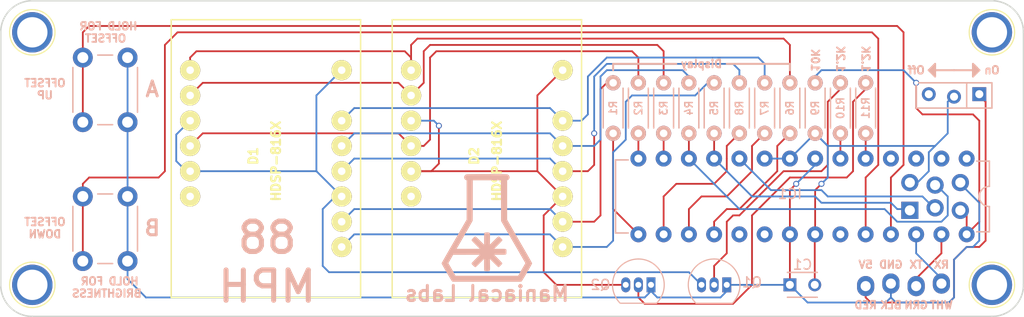
<source format=kicad_pcb>
(kicad_pcb (version 4) (host pcbnew 4.0.2-stable)

  (general
    (links 64)
    (no_connects 0)
    (area 144.069999 70.409999 247.090001 102.310001)
    (thickness 1.6)
    (drawings 52)
    (tracks 288)
    (zones 0)
    (modules 27)
    (nets 41)
  )

  (page A4)
  (layers
    (0 F.Cu signal)
    (31 B.Cu signal)
    (32 B.Adhes user)
    (33 F.Adhes user)
    (34 B.Paste user)
    (35 F.Paste user)
    (36 B.SilkS user)
    (37 F.SilkS user)
    (38 B.Mask user)
    (39 F.Mask user)
    (40 Dwgs.User user)
    (41 Cmts.User user)
    (42 Eco1.User user)
    (43 Eco2.User user)
    (44 Edge.Cuts user)
    (45 Margin user)
    (46 B.CrtYd user hide)
    (47 F.CrtYd user)
    (48 B.Fab user)
    (49 F.Fab user hide)
  )

  (setup
    (last_trace_width 0.1778)
    (trace_clearance 0.1524)
    (zone_clearance 0.508)
    (zone_45_only no)
    (trace_min 0.1524)
    (segment_width 0.2)
    (edge_width 0.15)
    (via_size 0.6)
    (via_drill 0.4)
    (via_min_size 0.4)
    (via_min_drill 0.3)
    (uvia_size 0.3)
    (uvia_drill 0.1)
    (uvias_allowed no)
    (uvia_min_size 0.2)
    (uvia_min_drill 0.1)
    (pcb_text_width 0.3)
    (pcb_text_size 1.5 1.5)
    (mod_edge_width 0.15)
    (mod_text_size 1 1)
    (mod_text_width 0.15)
    (pad_size 1.524 1.524)
    (pad_drill 0.762)
    (pad_to_mask_clearance 0.2)
    (aux_axis_origin 0 0)
    (visible_elements 7FFFFF7F)
    (pcbplotparams
      (layerselection 0x00030_80000001)
      (usegerberextensions false)
      (excludeedgelayer true)
      (linewidth 0.100000)
      (plotframeref false)
      (viasonmask false)
      (mode 1)
      (useauxorigin false)
      (hpglpennumber 1)
      (hpglpenspeed 20)
      (hpglpendiameter 15)
      (hpglpenoverlay 2)
      (psnegative false)
      (psa4output false)
      (plotreference true)
      (plotvalue true)
      (plotinvisibletext false)
      (padsonsilk false)
      (subtractmaskfromsilk false)
      (outputformat 1)
      (mirror false)
      (drillshape 1)
      (scaleselection 1)
      (outputdirectory ""))
  )

  (net 0 "")
  (net 1 GND)
  (net 2 BTN_A)
  (net 3 BTN_B)
  (net 4 VCC)
  (net 5 MISO)
  (net 6 MOSI)
  (net 7 SCK)
  (net 8 RST)
  (net 9 A)
  (net 10 F)
  (net 11 E)
  (net 12 CK1)
  (net 13 "Net-(D1-Pad6)")
  (net 14 DP)
  (net 15 D)
  (net 16 C)
  (net 17 G)
  (net 18 B)
  (net 19 CK2)
  (net 20 "Net-(D2-Pad6)")
  (net 21 GREEN)
  (net 22 WHITE)
  (net 23 "Net-(IC1-Pad6)")
  (net 24 "Net-(IC1-Pad9)")
  (net 25 "Net-(IC1-Pad10)")
  (net 26 "Net-(IC1-Pad11)")
  (net 27 "Net-(IC1-Pad12)")
  (net 28 "Net-(IC1-Pad13)")
  (net 29 "Net-(IC1-Pad14)")
  (net 30 "Net-(IC1-Pad15)")
  (net 31 "Net-(IC1-Pad16)")
  (net 32 D1)
  (net 33 D2)
  (net 34 "Net-(IC1-Pad25)")
  (net 35 "Net-(IC1-Pad26)")
  (net 36 "Net-(IC1-Pad27)")
  (net 37 "Net-(IC1-Pad28)")
  (net 38 "Net-(Q1-Pad2)")
  (net 39 "Net-(Q2-Pad2)")
  (net 40 5V)

  (net_class Default "This is the default net class."
    (clearance 0.1524)
    (trace_width 0.1778)
    (via_dia 0.6)
    (via_drill 0.4)
    (uvia_dia 0.3)
    (uvia_drill 0.1)
    (add_net 5V)
    (add_net A)
    (add_net B)
    (add_net BTN_A)
    (add_net BTN_B)
    (add_net C)
    (add_net CK1)
    (add_net CK2)
    (add_net D)
    (add_net D1)
    (add_net D2)
    (add_net DP)
    (add_net E)
    (add_net F)
    (add_net G)
    (add_net GND)
    (add_net GREEN)
    (add_net MISO)
    (add_net MOSI)
    (add_net "Net-(D1-Pad6)")
    (add_net "Net-(D2-Pad6)")
    (add_net "Net-(IC1-Pad10)")
    (add_net "Net-(IC1-Pad11)")
    (add_net "Net-(IC1-Pad12)")
    (add_net "Net-(IC1-Pad13)")
    (add_net "Net-(IC1-Pad14)")
    (add_net "Net-(IC1-Pad15)")
    (add_net "Net-(IC1-Pad16)")
    (add_net "Net-(IC1-Pad25)")
    (add_net "Net-(IC1-Pad26)")
    (add_net "Net-(IC1-Pad27)")
    (add_net "Net-(IC1-Pad28)")
    (add_net "Net-(IC1-Pad6)")
    (add_net "Net-(IC1-Pad9)")
    (add_net "Net-(Q1-Pad2)")
    (add_net "Net-(Q2-Pad2)")
    (add_net RST)
    (add_net SCK)
    (add_net VCC)
    (add_net WHITE)
  )

  (module Connect:1pin (layer F.Cu) (tedit 58729AE2) (tstamp 58729B26)
    (at 147.32 73.66)
    (descr "module 1 pin (ou trou mecanique de percage)")
    (tags DEV)
    (fp_text reference REF** (at 0 -3.048) (layer F.SilkS) hide
      (effects (font (size 1 1) (thickness 0.15)))
    )
    (fp_text value 1pin (at 0 3) (layer F.Fab) hide
      (effects (font (size 1 1) (thickness 0.15)))
    )
    (fp_circle (center 0 0) (end 2 0.8) (layer F.Fab) (width 0.1))
    (fp_circle (center 0 0) (end 2.6 0) (layer F.CrtYd) (width 0.05))
    (fp_circle (center 0 0) (end 0 -2.286) (layer F.SilkS) (width 0.12))
    (pad 1 thru_hole circle (at 0 0) (size 4.064 4.064) (drill 3.048) (layers *.Cu *.Mask))
  )

  (module Connect:1pin (layer F.Cu) (tedit 58729AE2) (tstamp 58729B1B)
    (at 147.32 99.06)
    (descr "module 1 pin (ou trou mecanique de percage)")
    (tags DEV)
    (fp_text reference REF** (at 0 -3.048) (layer F.SilkS) hide
      (effects (font (size 1 1) (thickness 0.15)))
    )
    (fp_text value 1pin (at 0 3) (layer F.Fab) hide
      (effects (font (size 1 1) (thickness 0.15)))
    )
    (fp_circle (center 0 0) (end 2 0.8) (layer F.Fab) (width 0.1))
    (fp_circle (center 0 0) (end 2.6 0) (layer F.CrtYd) (width 0.05))
    (fp_circle (center 0 0) (end 0 -2.286) (layer F.SilkS) (width 0.12))
    (pad 1 thru_hole circle (at 0 0) (size 4.064 4.064) (drill 3.048) (layers *.Cu *.Mask))
  )

  (module Connect:1pin (layer F.Cu) (tedit 58729AE2) (tstamp 58729AF8)
    (at 243.84 73.66)
    (descr "module 1 pin (ou trou mecanique de percage)")
    (tags DEV)
    (fp_text reference REF** (at 0 -3.048) (layer F.SilkS) hide
      (effects (font (size 1 1) (thickness 0.15)))
    )
    (fp_text value 1pin (at 0 3) (layer F.Fab) hide
      (effects (font (size 1 1) (thickness 0.15)))
    )
    (fp_circle (center 0 0) (end 2 0.8) (layer F.Fab) (width 0.1))
    (fp_circle (center 0 0) (end 2.6 0) (layer F.CrtYd) (width 0.05))
    (fp_circle (center 0 0) (end 0 -2.286) (layer F.SilkS) (width 0.12))
    (pad 1 thru_hole circle (at 0 0) (size 4.064 4.064) (drill 3.048) (layers *.Cu *.Mask))
  )

  (module Buttons_Switches_ThroughHole:SW_PUSH_6mm (layer B.Cu) (tedit 58729E2F) (tstamp 587289FD)
    (at 152.4 76.2 270)
    (descr https://www.omron.com/ecb/products/pdf/en-b3f.pdf)
    (tags "tact sw push 6mm")
    (path /5871C47D)
    (fp_text reference BTN_1 (at 3.25 2 270) (layer B.SilkS) hide
      (effects (font (size 1 1) (thickness 0.15)) (justify mirror))
    )
    (fp_text value SW_PUSH (at 3.75 -6.7 270) (layer B.Fab) hide
      (effects (font (size 1 1) (thickness 0.15)) (justify mirror))
    )
    (fp_line (start 3.25 0.75) (end 6.25 0.75) (layer B.Fab) (width 0.1))
    (fp_line (start 6.25 0.75) (end 6.25 -5.25) (layer B.Fab) (width 0.1))
    (fp_line (start 6.25 -5.25) (end 0.25 -5.25) (layer B.Fab) (width 0.1))
    (fp_line (start 0.25 -5.25) (end 0.25 0.75) (layer B.Fab) (width 0.1))
    (fp_line (start 0.25 0.75) (end 3.25 0.75) (layer B.Fab) (width 0.1))
    (fp_line (start 7.75 -6) (end 8 -6) (layer B.CrtYd) (width 0.05))
    (fp_line (start 8 -6) (end 8 -5.75) (layer B.CrtYd) (width 0.05))
    (fp_line (start 7.75 1.5) (end 8 1.5) (layer B.CrtYd) (width 0.05))
    (fp_line (start 8 1.5) (end 8 1.25) (layer B.CrtYd) (width 0.05))
    (fp_line (start -1.5 1.25) (end -1.5 1.5) (layer B.CrtYd) (width 0.05))
    (fp_line (start -1.5 1.5) (end -1.25 1.5) (layer B.CrtYd) (width 0.05))
    (fp_line (start -1.5 -5.75) (end -1.5 -6) (layer B.CrtYd) (width 0.05))
    (fp_line (start -1.5 -6) (end -1.25 -6) (layer B.CrtYd) (width 0.05))
    (fp_line (start -1.25 1.5) (end 7.75 1.5) (layer B.CrtYd) (width 0.05))
    (fp_line (start -1.5 -5.75) (end -1.5 1.25) (layer B.CrtYd) (width 0.05))
    (fp_line (start 7.75 -6) (end -1.25 -6) (layer B.CrtYd) (width 0.05))
    (fp_line (start 8 1.25) (end 8 -5.75) (layer B.CrtYd) (width 0.05))
    (fp_line (start 1 -5.5) (end 5.5 -5.5) (layer B.SilkS) (width 0.15))
    (fp_line (start -0.25 -1.5) (end -0.25 -3) (layer B.SilkS) (width 0.15))
    (fp_line (start 5.5 1) (end 1 1) (layer B.SilkS) (width 0.15))
    (fp_line (start 6.75 -3) (end 6.75 -1.5) (layer B.SilkS) (width 0.15))
    (fp_circle (center 3.25 -2.25) (end 1.25 -2.5) (layer B.Fab) (width 0.1))
    (pad 2 thru_hole circle (at 0 -4.5 180) (size 2 2) (drill 1.1) (layers *.Cu *.Mask)
      (net 1 GND))
    (pad 1 thru_hole circle (at 0 0 180) (size 2 2) (drill 1.1) (layers *.Cu *.Mask)
      (net 2 BTN_A))
    (pad 2 thru_hole circle (at 6.5 -4.5 180) (size 2 2) (drill 1.1) (layers *.Cu *.Mask)
      (net 1 GND))
    (pad 1 thru_hole circle (at 6.5 0 180) (size 2 2) (drill 1.1) (layers *.Cu *.Mask)
      (net 2 BTN_A))
    (model Buttons_Switches_ThroughHole.3dshapes/SW_PUSH_6mm.wrl
      (at (xyz 0.005 0 0))
      (scale (xyz 0.3937 0.3937 0.3937))
      (rotate (xyz 0 0 0))
    )
  )

  (module Buttons_Switches_ThroughHole:SW_PUSH_6mm (layer B.Cu) (tedit 58729E36) (tstamp 58728A05)
    (at 152.4 90.17 270)
    (descr https://www.omron.com/ecb/products/pdf/en-b3f.pdf)
    (tags "tact sw push 6mm")
    (path /5871C55D)
    (fp_text reference BTN_2 (at 3.25 2 270) (layer B.SilkS) hide
      (effects (font (size 1 1) (thickness 0.15)) (justify mirror))
    )
    (fp_text value SW_PUSH (at 3.75 -6.7 270) (layer B.Fab) hide
      (effects (font (size 1 1) (thickness 0.15)) (justify mirror))
    )
    (fp_line (start 3.25 0.75) (end 6.25 0.75) (layer B.Fab) (width 0.1))
    (fp_line (start 6.25 0.75) (end 6.25 -5.25) (layer B.Fab) (width 0.1))
    (fp_line (start 6.25 -5.25) (end 0.25 -5.25) (layer B.Fab) (width 0.1))
    (fp_line (start 0.25 -5.25) (end 0.25 0.75) (layer B.Fab) (width 0.1))
    (fp_line (start 0.25 0.75) (end 3.25 0.75) (layer B.Fab) (width 0.1))
    (fp_line (start 7.75 -6) (end 8 -6) (layer B.CrtYd) (width 0.05))
    (fp_line (start 8 -6) (end 8 -5.75) (layer B.CrtYd) (width 0.05))
    (fp_line (start 7.75 1.5) (end 8 1.5) (layer B.CrtYd) (width 0.05))
    (fp_line (start 8 1.5) (end 8 1.25) (layer B.CrtYd) (width 0.05))
    (fp_line (start -1.5 1.25) (end -1.5 1.5) (layer B.CrtYd) (width 0.05))
    (fp_line (start -1.5 1.5) (end -1.25 1.5) (layer B.CrtYd) (width 0.05))
    (fp_line (start -1.5 -5.75) (end -1.5 -6) (layer B.CrtYd) (width 0.05))
    (fp_line (start -1.5 -6) (end -1.25 -6) (layer B.CrtYd) (width 0.05))
    (fp_line (start -1.25 1.5) (end 7.75 1.5) (layer B.CrtYd) (width 0.05))
    (fp_line (start -1.5 -5.75) (end -1.5 1.25) (layer B.CrtYd) (width 0.05))
    (fp_line (start 7.75 -6) (end -1.25 -6) (layer B.CrtYd) (width 0.05))
    (fp_line (start 8 1.25) (end 8 -5.75) (layer B.CrtYd) (width 0.05))
    (fp_line (start 1 -5.5) (end 5.5 -5.5) (layer B.SilkS) (width 0.15))
    (fp_line (start -0.25 -1.5) (end -0.25 -3) (layer B.SilkS) (width 0.15))
    (fp_line (start 5.5 1) (end 1 1) (layer B.SilkS) (width 0.15))
    (fp_line (start 6.75 -3) (end 6.75 -1.5) (layer B.SilkS) (width 0.15))
    (fp_circle (center 3.25 -2.25) (end 1.25 -2.5) (layer B.Fab) (width 0.1))
    (pad 2 thru_hole circle (at 0 -4.5 180) (size 2 2) (drill 1.1) (layers *.Cu *.Mask)
      (net 1 GND))
    (pad 1 thru_hole circle (at 0 0 180) (size 2 2) (drill 1.1) (layers *.Cu *.Mask)
      (net 3 BTN_B))
    (pad 2 thru_hole circle (at 6.5 -4.5 180) (size 2 2) (drill 1.1) (layers *.Cu *.Mask)
      (net 1 GND))
    (pad 1 thru_hole circle (at 6.5 0 180) (size 2 2) (drill 1.1) (layers *.Cu *.Mask)
      (net 3 BTN_B))
    (model Buttons_Switches_ThroughHole.3dshapes/SW_PUSH_6mm.wrl
      (at (xyz 0.005 0 0))
      (scale (xyz 0.3937 0.3937 0.3937))
      (rotate (xyz 0 0 0))
    )
  )

  (module Capacitors_ThroughHole:C_Disc_D3_P2.5 (layer B.Cu) (tedit 58729BFA) (tstamp 58728A0B)
    (at 223.52 99.06)
    (descr "Capacitor 3mm Disc, Pitch 2.5mm")
    (tags Capacitor)
    (path /5871E35D)
    (fp_text reference C1 (at 1.27 -2.032) (layer B.SilkS)
      (effects (font (size 1 1) (thickness 0.15)) (justify mirror))
    )
    (fp_text value 0.1uF (at 1.25 -2.5) (layer B.Fab) hide
      (effects (font (size 1 1) (thickness 0.15)) (justify mirror))
    )
    (fp_line (start -0.9 1.5) (end 3.4 1.5) (layer B.CrtYd) (width 0.05))
    (fp_line (start 3.4 1.5) (end 3.4 -1.5) (layer B.CrtYd) (width 0.05))
    (fp_line (start 3.4 -1.5) (end -0.9 -1.5) (layer B.CrtYd) (width 0.05))
    (fp_line (start -0.9 -1.5) (end -0.9 1.5) (layer B.CrtYd) (width 0.05))
    (fp_line (start -0.25 1.25) (end 2.75 1.25) (layer B.SilkS) (width 0.15))
    (fp_line (start 2.75 -1.25) (end -0.25 -1.25) (layer B.SilkS) (width 0.15))
    (pad 1 thru_hole rect (at 0 0) (size 1.3 1.3) (drill 0.8) (layers *.Cu *.Mask)
      (net 1 GND))
    (pad 2 thru_hole circle (at 2.5 0) (size 1.3 1.3) (drill 0.8001) (layers *.Cu *.Mask)
      (net 40 5V))
    (model Capacitors_ThroughHole.3dshapes/C_Disc_D3_P2.5.wrl
      (at (xyz 0.049213 0 0))
      (scale (xyz 1 1 1))
      (rotate (xyz 0 0 0))
    )
  )

  (module misc:DIP28 (layer B.Cu) (tedit 58729C9F) (tstamp 58728A5D)
    (at 241.3 93.98 90)
    (descr "28-lead dip package, row spacing 7.62 mm (300 mils)")
    (tags "dil dip 2.54 300")
    (path /58718A06)
    (fp_text reference IC1 (at 4.064 -17.78 360) (layer B.SilkS)
      (effects (font (size 1 1) (thickness 0.15)) (justify mirror))
    )
    (fp_text value ATMEGA328P-P (at 2.54 -17.145 180) (layer B.Fab) hide
      (effects (font (size 1 1) (thickness 0.15)) (justify mirror))
    )
    (fp_line (start 7.366 2.286) (end 7.366 1.016) (layer B.SilkS) (width 0.15))
    (fp_line (start 0.254 2.286) (end 0.254 1.016) (layer B.SilkS) (width 0.15))
    (fp_line (start 4.826 2.286) (end 7.366 2.286) (layer B.SilkS) (width 0.15))
    (fp_line (start 2.794 2.286) (end 0.254 2.286) (layer B.SilkS) (width 0.15))
    (fp_arc (start 3.81 2.286) (end 4.826 2.286) (angle -90) (layer B.SilkS) (width 0.15))
    (fp_arc (start 3.81 2.286) (end 3.81 1.27) (angle -90) (layer B.SilkS) (width 0.15))
    (fp_line (start -1.05 2.45) (end -1.05 -35.5) (layer B.CrtYd) (width 0.05))
    (fp_line (start 8.65 2.45) (end 8.65 -35.5) (layer B.CrtYd) (width 0.05))
    (fp_line (start -1.05 2.45) (end 8.65 2.45) (layer B.CrtYd) (width 0.05))
    (fp_line (start -1.05 -35.5) (end 8.65 -35.5) (layer B.CrtYd) (width 0.05))
    (fp_line (start 7.485 -35.315) (end 7.485 -34.045) (layer B.SilkS) (width 0.15))
    (fp_line (start 0.135 -35.315) (end 0.135 -34.045) (layer B.SilkS) (width 0.15))
    (fp_line (start 0.135 -35.315) (end 7.485 -35.315) (layer B.SilkS) (width 0.15))
    (pad 1 thru_hole oval (at 0 0 90) (size 1.6 1.6) (drill 0.8) (layers *.Cu *.Mask)
      (net 8 RST))
    (pad 2 thru_hole oval (at 0 -2.54 90) (size 1.6 1.6) (drill 0.8) (layers *.Cu *.Mask)
      (net 21 GREEN))
    (pad 3 thru_hole oval (at 0 -5.08 90) (size 1.6 1.6) (drill 0.8) (layers *.Cu *.Mask)
      (net 22 WHITE))
    (pad 4 thru_hole oval (at 0 -7.62 90) (size 1.6 1.6) (drill 0.8) (layers *.Cu *.Mask)
      (net 2 BTN_A))
    (pad 5 thru_hole oval (at 0 -10.16 90) (size 1.6 1.6) (drill 0.8) (layers *.Cu *.Mask)
      (net 3 BTN_B))
    (pad 6 thru_hole oval (at 0 -12.7 90) (size 1.6 1.6) (drill 0.8) (layers *.Cu *.Mask)
      (net 23 "Net-(IC1-Pad6)"))
    (pad 7 thru_hole oval (at 0 -15.24 90) (size 1.6 1.6) (drill 0.8) (layers *.Cu *.Mask)
      (net 40 5V))
    (pad 8 thru_hole oval (at 0 -17.78 90) (size 1.6 1.6) (drill 0.8) (layers *.Cu *.Mask)
      (net 1 GND))
    (pad 9 thru_hole oval (at 0 -20.32 90) (size 1.6 1.6) (drill 0.8) (layers *.Cu *.Mask)
      (net 24 "Net-(IC1-Pad9)"))
    (pad 10 thru_hole oval (at 0 -22.86 90) (size 1.6 1.6) (drill 0.8) (layers *.Cu *.Mask)
      (net 25 "Net-(IC1-Pad10)"))
    (pad 11 thru_hole oval (at 0 -25.4 90) (size 1.6 1.6) (drill 0.8) (layers *.Cu *.Mask)
      (net 26 "Net-(IC1-Pad11)"))
    (pad 12 thru_hole oval (at 0 -27.94 90) (size 1.6 1.6) (drill 0.8) (layers *.Cu *.Mask)
      (net 27 "Net-(IC1-Pad12)"))
    (pad 13 thru_hole oval (at 0 -30.48 90) (size 1.6 1.6) (drill 0.8) (layers *.Cu *.Mask)
      (net 28 "Net-(IC1-Pad13)"))
    (pad 14 thru_hole oval (at 0 -33.02 90) (size 1.6 1.6) (drill 0.8) (layers *.Cu *.Mask)
      (net 29 "Net-(IC1-Pad14)"))
    (pad 15 thru_hole oval (at 7.62 -33.02 90) (size 1.6 1.6) (drill 0.8) (layers *.Cu *.Mask)
      (net 30 "Net-(IC1-Pad15)"))
    (pad 16 thru_hole oval (at 7.62 -30.48 90) (size 1.6 1.6) (drill 0.8) (layers *.Cu *.Mask)
      (net 31 "Net-(IC1-Pad16)"))
    (pad 17 thru_hole oval (at 7.62 -27.94 90) (size 1.6 1.6) (drill 0.8) (layers *.Cu *.Mask)
      (net 6 MOSI))
    (pad 18 thru_hole oval (at 7.62 -25.4 90) (size 1.6 1.6) (drill 0.8) (layers *.Cu *.Mask)
      (net 5 MISO))
    (pad 19 thru_hole oval (at 7.62 -22.86 90) (size 1.6 1.6) (drill 0.8) (layers *.Cu *.Mask)
      (net 7 SCK))
    (pad 20 thru_hole oval (at 7.62 -20.32 90) (size 1.6 1.6) (drill 0.8) (layers *.Cu *.Mask)
      (net 40 5V))
    (pad 21 thru_hole oval (at 7.62 -17.78 90) (size 1.6 1.6) (drill 0.8) (layers *.Cu *.Mask)
      (net 40 5V))
    (pad 22 thru_hole oval (at 7.62 -15.24 90) (size 1.6 1.6) (drill 0.8) (layers *.Cu *.Mask)
      (net 1 GND))
    (pad 23 thru_hole oval (at 7.62 -12.7 90) (size 1.6 1.6) (drill 0.8) (layers *.Cu *.Mask)
      (net 32 D1))
    (pad 24 thru_hole oval (at 7.62 -10.16 90) (size 1.6 1.6) (drill 0.8) (layers *.Cu *.Mask)
      (net 33 D2))
    (pad 25 thru_hole oval (at 7.62 -7.62 90) (size 1.6 1.6) (drill 0.8) (layers *.Cu *.Mask)
      (net 34 "Net-(IC1-Pad25)"))
    (pad 26 thru_hole oval (at 7.62 -5.08 90) (size 1.6 1.6) (drill 0.8) (layers *.Cu *.Mask)
      (net 35 "Net-(IC1-Pad26)"))
    (pad 27 thru_hole oval (at 7.62 -2.54 90) (size 1.6 1.6) (drill 0.8) (layers *.Cu *.Mask)
      (net 36 "Net-(IC1-Pad27)"))
    (pad 28 thru_hole oval (at 7.62 0 90) (size 1.6 1.6) (drill 0.8) (layers *.Cu *.Mask)
      (net 37 "Net-(IC1-Pad28)"))
    (model Housings_DIP.3dshapes/DIP-28_W7.62mm.wrl
      (at (xyz 0 0 0))
      (scale (xyz 1 1 1))
      (rotate (xyz 0 0 0))
    )
  )

  (module TO_SOT_Packages_THT:TO-92_Inline_Narrow_Oval (layer B.Cu) (tedit 58729C94) (tstamp 58728A73)
    (at 217.17 99.06 180)
    (descr "TO-92 leads in-line, narrow, oval pads, drill 0.6mm (see NXP sot054_po.pdf)")
    (tags "to-92 sc-43 sc-43a sot54 PA33 transistor")
    (path /58719FE0)
    (fp_text reference Q1 (at -2.54 0.254 180) (layer B.SilkS)
      (effects (font (size 1 1) (thickness 0.15)) (justify mirror))
    )
    (fp_text value Q_NPN_EBC (at 1.27 -2.794 180) (layer B.Fab) hide
      (effects (font (size 1 1) (thickness 0.15)) (justify mirror))
    )
    (fp_line (start -1.65 2.9) (end 4.15 2.9) (layer B.CrtYd) (width 0.05))
    (fp_line (start 4.15 2.9) (end 4.15 -2.2) (layer B.CrtYd) (width 0.05))
    (fp_line (start 4.15 -2.2) (end -1.65 -2.2) (layer B.CrtYd) (width 0.05))
    (fp_line (start -1.65 -2.2) (end -1.65 2.9) (layer B.CrtYd) (width 0.05))
    (fp_line (start -0.53 -1.85) (end 3.07 -1.85) (layer B.SilkS) (width 0.12))
    (fp_line (start -0.5 -1.75) (end 3 -1.75) (layer B.Fab) (width 0.1))
    (fp_arc (start 1.27 0) (end 1.27 2.48) (angle -135) (layer B.Fab) (width 0.1))
    (fp_arc (start 1.27 0) (end 1.27 2.6) (angle 135) (layer B.SilkS) (width 0.12))
    (fp_arc (start 1.27 0) (end 1.27 2.48) (angle 135) (layer B.Fab) (width 0.1))
    (fp_arc (start 1.27 0) (end 1.27 2.6) (angle -135) (layer B.SilkS) (width 0.12))
    (pad 2 thru_hole oval (at 1.27 0) (size 0.89916 1.50114) (drill 0.6) (layers *.Cu *.Mask)
      (net 38 "Net-(Q1-Pad2)"))
    (pad 3 thru_hole oval (at 2.54 0) (size 0.89916 1.50114) (drill 0.6) (layers *.Cu *.Mask)
      (net 12 CK1))
    (pad 1 thru_hole rect (at 0 0) (size 0.89916 1.50114) (drill 0.6) (layers *.Cu *.Mask)
      (net 1 GND))
    (model TO_SOT_Packages_THT.3dshapes/TO-92_Inline_Narrow_Oval.wrl
      (at (xyz 0.05 0 0))
      (scale (xyz 1 1 1))
      (rotate (xyz 0 0 -90))
    )
  )

  (module TO_SOT_Packages_THT:TO-92_Inline_Narrow_Oval (layer B.Cu) (tedit 58729C97) (tstamp 58728A7A)
    (at 209.55 99.06 180)
    (descr "TO-92 leads in-line, narrow, oval pads, drill 0.6mm (see NXP sot054_po.pdf)")
    (tags "to-92 sc-43 sc-43a sot54 PA33 transistor")
    (path /5871A85D)
    (fp_text reference Q2 (at 5.08 0 180) (layer B.SilkS)
      (effects (font (size 1 1) (thickness 0.15)) (justify mirror))
    )
    (fp_text value Q_NPN_EBC (at 1.27 -2.794 180) (layer B.Fab) hide
      (effects (font (size 1 1) (thickness 0.15)) (justify mirror))
    )
    (fp_line (start -1.65 2.9) (end 4.15 2.9) (layer B.CrtYd) (width 0.05))
    (fp_line (start 4.15 2.9) (end 4.15 -2.2) (layer B.CrtYd) (width 0.05))
    (fp_line (start 4.15 -2.2) (end -1.65 -2.2) (layer B.CrtYd) (width 0.05))
    (fp_line (start -1.65 -2.2) (end -1.65 2.9) (layer B.CrtYd) (width 0.05))
    (fp_line (start -0.53 -1.85) (end 3.07 -1.85) (layer B.SilkS) (width 0.12))
    (fp_line (start -0.5 -1.75) (end 3 -1.75) (layer B.Fab) (width 0.1))
    (fp_arc (start 1.27 0) (end 1.27 2.48) (angle -135) (layer B.Fab) (width 0.1))
    (fp_arc (start 1.27 0) (end 1.27 2.6) (angle 135) (layer B.SilkS) (width 0.12))
    (fp_arc (start 1.27 0) (end 1.27 2.48) (angle 135) (layer B.Fab) (width 0.1))
    (fp_arc (start 1.27 0) (end 1.27 2.6) (angle -135) (layer B.SilkS) (width 0.12))
    (pad 2 thru_hole oval (at 1.27 0) (size 0.89916 1.50114) (drill 0.6) (layers *.Cu *.Mask)
      (net 39 "Net-(Q2-Pad2)"))
    (pad 3 thru_hole oval (at 2.54 0) (size 0.89916 1.50114) (drill 0.6) (layers *.Cu *.Mask)
      (net 19 CK2))
    (pad 1 thru_hole rect (at 0 0) (size 0.89916 1.50114) (drill 0.6) (layers *.Cu *.Mask)
      (net 1 GND))
    (model TO_SOT_Packages_THT.3dshapes/TO-92_Inline_Narrow_Oval.wrl
      (at (xyz 0.05 0 0))
      (scale (xyz 1 1 1))
      (rotate (xyz 0 0 -90))
    )
  )

  (module misc:0.125_Resistor (layer B.Cu) (tedit 585DB35A) (tstamp 58728A80)
    (at 205.74 81.28 270)
    (path /58719B76)
    (fp_text reference R1 (at 0 0 270) (layer B.SilkS)
      (effects (font (size 0.75 0.75) (thickness 0.15)) (justify mirror))
    )
    (fp_text value 150 (at 0 1.778 270) (layer B.Fab) hide
      (effects (font (size 1 1) (thickness 0.15)) (justify mirror))
    )
    (fp_line (start -2 -1) (end 2 -1) (layer B.SilkS) (width 0.15))
    (fp_line (start -2 1) (end 2 1) (layer B.SilkS) (width 0.15))
    (pad 2 thru_hole circle (at 2.54 0 270) (size 1.524 1.524) (drill 0.762) (layers *.Cu *.Mask B.SilkS)
      (net 29 "Net-(IC1-Pad14)"))
    (pad 1 thru_hole circle (at -2.54 0 270) (size 1.524 1.524) (drill 0.762) (layers *.Cu *.Mask B.SilkS)
      (net 15 D))
  )

  (module misc:0.125_Resistor (layer B.Cu) (tedit 585DB35A) (tstamp 58728A86)
    (at 208.28 81.28 270)
    (path /58719C85)
    (fp_text reference R2 (at 0 0 270) (layer B.SilkS)
      (effects (font (size 0.75 0.75) (thickness 0.15)) (justify mirror))
    )
    (fp_text value 150 (at 0 1.778 270) (layer B.Fab) hide
      (effects (font (size 1 1) (thickness 0.15)) (justify mirror))
    )
    (fp_line (start -2 -1) (end 2 -1) (layer B.SilkS) (width 0.15))
    (fp_line (start -2 1) (end 2 1) (layer B.SilkS) (width 0.15))
    (pad 2 thru_hole circle (at 2.54 0 270) (size 1.524 1.524) (drill 0.762) (layers *.Cu *.Mask B.SilkS)
      (net 30 "Net-(IC1-Pad15)"))
    (pad 1 thru_hole circle (at -2.54 0 270) (size 1.524 1.524) (drill 0.762) (layers *.Cu *.Mask B.SilkS)
      (net 11 E))
  )

  (module misc:0.125_Resistor (layer B.Cu) (tedit 585DB35A) (tstamp 58728A8C)
    (at 210.82 81.28 270)
    (path /58719CA4)
    (fp_text reference R3 (at 0 0 270) (layer B.SilkS)
      (effects (font (size 0.75 0.75) (thickness 0.15)) (justify mirror))
    )
    (fp_text value 150 (at 0 1.778 270) (layer B.Fab) hide
      (effects (font (size 1 1) (thickness 0.15)) (justify mirror))
    )
    (fp_line (start -2 -1) (end 2 -1) (layer B.SilkS) (width 0.15))
    (fp_line (start -2 1) (end 2 1) (layer B.SilkS) (width 0.15))
    (pad 2 thru_hole circle (at 2.54 0 270) (size 1.524 1.524) (drill 0.762) (layers *.Cu *.Mask B.SilkS)
      (net 31 "Net-(IC1-Pad16)"))
    (pad 1 thru_hole circle (at -2.54 0 270) (size 1.524 1.524) (drill 0.762) (layers *.Cu *.Mask B.SilkS)
      (net 10 F))
  )

  (module misc:0.125_Resistor (layer B.Cu) (tedit 585DB35A) (tstamp 58728A92)
    (at 213.36 81.28 270)
    (path /58719CC6)
    (fp_text reference R4 (at 0 0 270) (layer B.SilkS)
      (effects (font (size 0.75 0.75) (thickness 0.15)) (justify mirror))
    )
    (fp_text value 150 (at 0 1.778 270) (layer B.Fab) hide
      (effects (font (size 1 1) (thickness 0.15)) (justify mirror))
    )
    (fp_line (start -2 -1) (end 2 -1) (layer B.SilkS) (width 0.15))
    (fp_line (start -2 1) (end 2 1) (layer B.SilkS) (width 0.15))
    (pad 2 thru_hole circle (at 2.54 0 270) (size 1.524 1.524) (drill 0.762) (layers *.Cu *.Mask B.SilkS)
      (net 6 MOSI))
    (pad 1 thru_hole circle (at -2.54 0 270) (size 1.524 1.524) (drill 0.762) (layers *.Cu *.Mask B.SilkS)
      (net 17 G))
  )

  (module misc:0.125_Resistor (layer B.Cu) (tedit 585DB35A) (tstamp 58728A98)
    (at 215.9 81.28 270)
    (path /58719CEB)
    (fp_text reference R5 (at 0 0 270) (layer B.SilkS)
      (effects (font (size 0.75 0.75) (thickness 0.15)) (justify mirror))
    )
    (fp_text value 150 (at 0 1.778 270) (layer B.Fab) hide
      (effects (font (size 1 1) (thickness 0.15)) (justify mirror))
    )
    (fp_line (start -2 -1) (end 2 -1) (layer B.SilkS) (width 0.15))
    (fp_line (start -2 1) (end 2 1) (layer B.SilkS) (width 0.15))
    (pad 2 thru_hole circle (at 2.54 0 270) (size 1.524 1.524) (drill 0.762) (layers *.Cu *.Mask B.SilkS)
      (net 5 MISO))
    (pad 1 thru_hole circle (at -2.54 0 270) (size 1.524 1.524) (drill 0.762) (layers *.Cu *.Mask B.SilkS)
      (net 14 DP))
  )

  (module misc:0.125_Resistor (layer B.Cu) (tedit 585DB35A) (tstamp 58728A9E)
    (at 223.52 81.28 270)
    (path /58719D39)
    (fp_text reference R6 (at 0 0 270) (layer B.SilkS)
      (effects (font (size 0.75 0.75) (thickness 0.15)) (justify mirror))
    )
    (fp_text value 150 (at 0 1.778 270) (layer B.Fab) hide
      (effects (font (size 1 1) (thickness 0.15)) (justify mirror))
    )
    (fp_line (start -2 -1) (end 2 -1) (layer B.SilkS) (width 0.15))
    (fp_line (start -2 1) (end 2 1) (layer B.SilkS) (width 0.15))
    (pad 2 thru_hole circle (at 2.54 0 270) (size 1.524 1.524) (drill 0.762) (layers *.Cu *.Mask B.SilkS)
      (net 26 "Net-(IC1-Pad11)"))
    (pad 1 thru_hole circle (at -2.54 0 270) (size 1.524 1.524) (drill 0.762) (layers *.Cu *.Mask B.SilkS)
      (net 9 A))
  )

  (module misc:0.125_Resistor (layer B.Cu) (tedit 585DB35A) (tstamp 58728AA4)
    (at 220.98 81.28 270)
    (path /58719DBC)
    (fp_text reference R7 (at 0 0 270) (layer B.SilkS)
      (effects (font (size 0.75 0.75) (thickness 0.15)) (justify mirror))
    )
    (fp_text value 150 (at 0 1.778 270) (layer B.Fab) hide
      (effects (font (size 1 1) (thickness 0.15)) (justify mirror))
    )
    (fp_line (start -2 -1) (end 2 -1) (layer B.SilkS) (width 0.15))
    (fp_line (start -2 1) (end 2 1) (layer B.SilkS) (width 0.15))
    (pad 2 thru_hole circle (at 2.54 0 270) (size 1.524 1.524) (drill 0.762) (layers *.Cu *.Mask B.SilkS)
      (net 27 "Net-(IC1-Pad12)"))
    (pad 1 thru_hole circle (at -2.54 0 270) (size 1.524 1.524) (drill 0.762) (layers *.Cu *.Mask B.SilkS)
      (net 18 B))
  )

  (module misc:0.125_Resistor (layer B.Cu) (tedit 585DB35A) (tstamp 58728AAA)
    (at 218.44 81.28 270)
    (path /58719DEA)
    (fp_text reference R8 (at 0 0 270) (layer B.SilkS)
      (effects (font (size 0.75 0.75) (thickness 0.15)) (justify mirror))
    )
    (fp_text value 150 (at 0 1.778 270) (layer B.Fab) hide
      (effects (font (size 1 1) (thickness 0.15)) (justify mirror))
    )
    (fp_line (start -2 -1) (end 2 -1) (layer B.SilkS) (width 0.15))
    (fp_line (start -2 1) (end 2 1) (layer B.SilkS) (width 0.15))
    (pad 2 thru_hole circle (at 2.54 0 270) (size 1.524 1.524) (drill 0.762) (layers *.Cu *.Mask B.SilkS)
      (net 28 "Net-(IC1-Pad13)"))
    (pad 1 thru_hole circle (at -2.54 0 270) (size 1.524 1.524) (drill 0.762) (layers *.Cu *.Mask B.SilkS)
      (net 16 C))
  )

  (module misc:0.125_Resistor (layer B.Cu) (tedit 585DB35A) (tstamp 58728AB0)
    (at 226.06 81.28 90)
    (path /5871EA70)
    (fp_text reference R9 (at 0 0 90) (layer B.SilkS)
      (effects (font (size 0.75 0.75) (thickness 0.15)) (justify mirror))
    )
    (fp_text value 10K (at 0 1.778 90) (layer B.Fab) hide
      (effects (font (size 1 1) (thickness 0.15)) (justify mirror))
    )
    (fp_line (start -2 -1) (end 2 -1) (layer B.SilkS) (width 0.15))
    (fp_line (start -2 1) (end 2 1) (layer B.SilkS) (width 0.15))
    (pad 2 thru_hole circle (at 2.54 0 90) (size 1.524 1.524) (drill 0.762) (layers *.Cu *.Mask B.SilkS)
      (net 8 RST))
    (pad 1 thru_hole circle (at -2.54 0 90) (size 1.524 1.524) (drill 0.762) (layers *.Cu *.Mask B.SilkS)
      (net 40 5V))
  )

  (module misc:0.125_Resistor (layer B.Cu) (tedit 585DB35A) (tstamp 58728AB6)
    (at 228.6 81.28 270)
    (path /5871A051)
    (fp_text reference R10 (at 0 0 270) (layer B.SilkS)
      (effects (font (size 0.75 0.75) (thickness 0.15)) (justify mirror))
    )
    (fp_text value 1.2K (at 0 1.778 270) (layer B.Fab) hide
      (effects (font (size 1 1) (thickness 0.15)) (justify mirror))
    )
    (fp_line (start -2 -1) (end 2 -1) (layer B.SilkS) (width 0.15))
    (fp_line (start -2 1) (end 2 1) (layer B.SilkS) (width 0.15))
    (pad 2 thru_hole circle (at 2.54 0 270) (size 1.524 1.524) (drill 0.762) (layers *.Cu *.Mask B.SilkS)
      (net 32 D1))
    (pad 1 thru_hole circle (at -2.54 0 270) (size 1.524 1.524) (drill 0.762) (layers *.Cu *.Mask B.SilkS)
      (net 38 "Net-(Q1-Pad2)"))
  )

  (module misc:0.125_Resistor (layer B.Cu) (tedit 585DB35A) (tstamp 58728ABC)
    (at 231.14 81.28 270)
    (path /5871A864)
    (fp_text reference R11 (at 0 0 270) (layer B.SilkS)
      (effects (font (size 0.75 0.75) (thickness 0.15)) (justify mirror))
    )
    (fp_text value 1.2K (at 0 1.778 270) (layer B.Fab) hide
      (effects (font (size 1 1) (thickness 0.15)) (justify mirror))
    )
    (fp_line (start -2 -1) (end 2 -1) (layer B.SilkS) (width 0.15))
    (fp_line (start -2 1) (end 2 1) (layer B.SilkS) (width 0.15))
    (pad 2 thru_hole circle (at 2.54 0 270) (size 1.524 1.524) (drill 0.762) (layers *.Cu *.Mask B.SilkS)
      (net 33 D2))
    (pad 1 thru_hole circle (at -2.54 0 270) (size 1.524 1.524) (drill 0.762) (layers *.Cu *.Mask B.SilkS)
      (net 39 "Net-(Q2-Pad2)"))
  )

  (module Connect:1pin (layer F.Cu) (tedit 58729AE2) (tstamp 58729886)
    (at 243.84 99.06)
    (descr "module 1 pin (ou trou mecanique de percage)")
    (tags DEV)
    (fp_text reference REF** (at 0 -3.048) (layer F.SilkS) hide
      (effects (font (size 1 1) (thickness 0.15)))
    )
    (fp_text value 1pin (at 0 3) (layer F.Fab) hide
      (effects (font (size 1 1) (thickness 0.15)))
    )
    (fp_circle (center 0 0) (end 2 0.8) (layer F.Fab) (width 0.1))
    (fp_circle (center 0 0) (end 2.6 0) (layer F.CrtYd) (width 0.05))
    (fp_circle (center 0 0) (end 0 -2.286) (layer F.SilkS) (width 0.12))
    (pad 1 thru_hole circle (at 0 0) (size 4.064 4.064) (drill 3.048) (layers *.Cu *.Mask))
  )

  (module misc:logo_MLlabs (layer B.Cu) (tedit 56C30B35) (tstamp 58729FE8)
    (at 193.04 93.345 180)
    (fp_text reference L103 (at 0 0 180) (layer B.SilkS) hide
      (effects (font (thickness 0.3)) (justify mirror))
    )
    (fp_text value "Maniacal Labs" (at 0 -6.604 180) (layer B.SilkS)
      (effects (font (thickness 0.3)) (justify mirror))
    )
    (fp_poly (pts (xy 0.37351 5.419811) (xy 0.625774 5.419061) (xy 0.869072 5.417928) (xy 1.099737 5.416409)
      (xy 1.314107 5.414505) (xy 1.508518 5.412216) (xy 1.679304 5.409542) (xy 1.822803 5.406484)
      (xy 1.935349 5.40304) (xy 2.013278 5.399212) (xy 2.052927 5.394998) (xy 2.054728 5.394531)
      (xy 2.152867 5.346931) (xy 2.224363 5.27606) (xy 2.268342 5.18989) (xy 2.283931 5.096392)
      (xy 2.270257 5.003538) (xy 2.226445 4.919299) (xy 2.151623 4.851647) (xy 2.116292 4.832595)
      (xy 2.033092 4.79425) (xy 2.032546 2.818478) (xy 2.032 0.842707) (xy 2.601593 -0.144855)
      (xy 2.722317 -0.354154) (xy 2.859863 -0.592593) (xy 3.009888 -0.852645) (xy 3.168051 -1.126787)
      (xy 3.330011 -1.407494) (xy 3.491425 -1.687239) (xy 3.647952 -1.9585) (xy 3.795251 -2.21375)
      (xy 3.861009 -2.327694) (xy 3.979956 -2.534297) (xy 4.092412 -2.730595) (xy 4.196611 -2.913444)
      (xy 4.290786 -3.079695) (xy 4.37317 -3.226203) (xy 4.441997 -3.349821) (xy 4.4955 -3.447404)
      (xy 4.531913 -3.515803) (xy 4.54947 -3.551874) (xy 4.550834 -3.55634) (xy 4.540347 -3.583806)
      (xy 4.510607 -3.643108) (xy 4.464194 -3.729813) (xy 4.40369 -3.839488) (xy 4.331676 -3.9677)
      (xy 4.250731 -4.110016) (xy 4.163436 -4.262005) (xy 4.072373 -4.419232) (xy 3.980122 -4.577265)
      (xy 3.889264 -4.731673) (xy 3.80238 -4.87802) (xy 3.72205 -5.011876) (xy 3.650855 -5.128807)
      (xy 3.591376 -5.22438) (xy 3.546194 -5.294164) (xy 3.517889 -5.333724) (xy 3.5128 -5.339292)
      (xy 3.449499 -5.3975) (xy -3.449499 -5.3975) (xy -3.5128 -5.339292) (xy -3.535191 -5.310329)
      (xy -3.575281 -5.249718) (xy -3.630488 -5.161894) (xy -3.698232 -5.051289) (xy -3.775933 -4.922338)
      (xy -3.86101 -4.779474) (xy -3.950882 -4.627129) (xy -4.042969 -4.469738) (xy -4.134691 -4.311735)
      (xy -4.223466 -4.157552) (xy -4.306715 -4.011623) (xy -4.381856 -3.878382) (xy -4.446309 -3.762261)
      (xy -4.497494 -3.667695) (xy -4.53283 -3.599118) (xy -4.549737 -3.560961) (xy -4.550833 -3.555911)
      (xy -4.54248 -3.535651) (xy -3.877576 -3.535651) (xy -3.511322 -4.170242) (xy -3.145068 -4.804834)
      (xy 3.144872 -4.804834) (xy 3.511593 -4.169164) (xy 3.878315 -3.533495) (xy 3.73417 -3.285456)
      (xy 3.669478 -3.173446) (xy 3.601855 -3.055207) (xy 3.539599 -2.94531) (xy 3.493638 -2.863087)
      (xy 3.39725 -2.688757) (xy 2.053376 -2.688462) (xy 0.709501 -2.688167) (xy 1.103665 -3.085042)
      (xy 1.210301 -3.193137) (xy 1.307656 -3.293208) (xy 1.391519 -3.380813) (xy 1.457677 -3.451513)
      (xy 1.50192 -3.500868) (xy 1.519643 -3.523596) (xy 1.529392 -3.573641) (xy 1.51294 -3.620422)
      (xy 1.479591 -3.668094) (xy 1.425742 -3.727772) (xy 1.360065 -3.791694) (xy 1.291228 -3.852099)
      (xy 1.227902 -3.901226) (xy 1.178757 -3.931312) (xy 1.159307 -3.937) (xy 1.12951 -3.922934)
      (xy 1.074383 -3.88031) (xy 0.993211 -3.808485) (xy 0.885281 -3.706819) (xy 0.749878 -3.57467)
      (xy 0.694415 -3.519655) (xy 0.275167 -3.102311) (xy 0.275167 -3.68203) (xy 0.274915 -3.856412)
      (xy 0.273975 -3.993349) (xy 0.272069 -4.097729) (xy 0.268922 -4.17444) (xy 0.264256 -4.228369)
      (xy 0.257794 -4.264402) (xy 0.24926 -4.287427) (xy 0.240136 -4.300458) (xy 0.217689 -4.31844)
      (xy 0.183744 -4.329947) (xy 0.129576 -4.336317) (xy 0.04646 -4.338887) (xy -0.012327 -4.339167)
      (xy -0.110657 -4.338651) (xy -0.17593 -4.335761) (xy -0.217424 -4.32848) (xy -0.244413 -4.314793)
      (xy -0.266173 -4.292683) (xy -0.274595 -4.28217) (xy -0.288104 -4.263494) (xy -0.29851 -4.242528)
      (xy -0.306144 -4.214002) (xy -0.311336 -4.172646) (xy -0.314419 -4.11319) (xy -0.315723 -4.030363)
      (xy -0.31558 -3.918895) (xy -0.314321 -3.773516) (xy -0.313173 -3.668319) (xy -0.311551 -3.519774)
      (xy -0.310181 -3.386162) (xy -0.309114 -3.273006) (xy -0.308399 -3.185831) (xy -0.308084 -3.13016)
      (xy -0.308204 -3.111483) (xy -0.322833 -3.125853) (xy -0.363436 -3.166369) (xy -0.42614 -3.229151)
      (xy -0.507075 -3.31032) (xy -0.602371 -3.405996) (xy -0.708157 -3.5123) (xy -0.710371 -3.514526)
      (xy -0.818939 -3.622322) (xy -0.920071 -3.720178) (xy -1.009319 -3.803993) (xy -1.082236 -3.869664)
      (xy -1.134375 -3.913089) (xy -1.160883 -3.930075) (xy -1.188124 -3.93087) (xy -1.220707 -3.916757)
      (xy -1.265033 -3.883199) (xy -1.3275 -3.825659) (xy -1.377841 -3.776254) (xy -1.460844 -3.69021)
      (xy -1.513977 -3.626101) (xy -1.540558 -3.579576) (xy -1.545166 -3.556695) (xy -1.538064 -3.532744)
      (xy -1.514971 -3.496459) (xy -1.473213 -3.444812) (xy -1.410111 -3.374773) (xy -1.32299 -3.283312)
      (xy -1.209172 -3.167402) (xy -1.137912 -3.095824) (xy -0.730657 -2.688167) (xy -1.300589 -2.688167)
      (xy -1.486348 -2.688314) (xy -1.634117 -2.687458) (xy -1.748228 -2.683653) (xy -1.833015 -2.674952)
      (xy -1.89281 -2.659409) (xy -1.931946 -2.635079) (xy -1.954756 -2.600013) (xy -1.965572 -2.552267)
      (xy -1.968728 -2.489895) (xy -1.968555 -2.410949) (xy -1.9685 -2.388144) (xy -1.969 -2.306317)
      (xy -1.967602 -2.241307) (xy -1.959955 -2.191187) (xy -1.94171 -2.154031) (xy -1.908518 -2.127912)
      (xy -1.856029 -2.110905) (xy -1.779895 -2.101082) (xy -1.675765 -2.096518) (xy -1.53929 -2.095287)
      (xy -1.36612 -2.095462) (xy -1.307738 -2.0955) (xy -0.731644 -2.0955) (xy -1.148988 -1.676252)
      (xy -1.268135 -1.555162) (xy -1.37146 -1.447356) (xy -1.455931 -1.356171) (xy -1.518514 -1.284942)
      (xy -1.556175 -1.237005) (xy -1.566333 -1.21732) (xy -1.551004 -1.181857) (xy -1.510304 -1.127969)
      (xy -1.452164 -1.063365) (xy -1.384515 -0.995757) (xy -1.315288 -0.932855) (xy -1.252413 -0.882371)
      (xy -1.203821 -0.852014) (xy -1.185096 -0.846667) (xy -1.159856 -0.855652) (xy -1.118576 -0.884088)
      (xy -1.058751 -0.934198) (xy -0.977879 -1.008204) (xy -0.873455 -1.10833) (xy -0.742976 -1.236797)
      (xy -0.720873 -1.258778) (xy -0.306916 -1.670889) (xy -0.313153 -1.105034) (xy -0.315396 -0.920332)
      (xy -0.316274 -0.773605) (xy -0.313798 -0.6605) (xy -0.305979 -0.576662) (xy -0.290827 -0.517737)
      (xy -0.266351 -0.479372) (xy -0.230562 -0.457213) (xy -0.18147 -0.446906) (xy -0.117085 -0.444098)
      (xy -0.035418 -0.444435) (xy -0.011271 -0.4445) (xy 0.095703 -0.445996) (xy 0.168184 -0.451162)
      (xy 0.213928 -0.461019) (xy 0.240693 -0.476584) (xy 0.241905 -0.477762) (xy 0.251895 -0.492626)
      (xy 0.259708 -0.518054) (xy 0.265598 -0.558791) (xy 0.269821 -0.619582) (xy 0.272632 -0.705172)
      (xy 0.274287 -0.820307) (xy 0.275039 -0.969732) (xy 0.275167 -1.09619) (xy 0.275167 -1.681356)
      (xy 0.694415 -1.264012) (xy 0.833303 -1.126988) (xy 0.945358 -1.019277) (xy 1.032524 -0.939144)
      (xy 1.096745 -0.884853) (xy 1.139965 -0.854668) (xy 1.161914 -0.846667) (xy 1.204854 -0.862734)
      (xy 1.269239 -0.908687) (xy 1.348042 -0.978959) (xy 1.43637 -1.067743) (xy 1.493827 -1.136387)
      (xy 1.523527 -1.189991) (xy 1.528584 -1.233656) (xy 1.519643 -1.260071) (xy 1.499265 -1.285883)
      (xy 1.453098 -1.337123) (xy 1.385356 -1.409351) (xy 1.300249 -1.498127) (xy 1.201989 -1.599009)
      (xy 1.103665 -1.698625) (xy 0.709501 -2.0955) (xy 3.051453 -2.0955) (xy 3.009726 -2.026709)
      (xy 2.963296 -1.949099) (xy 2.901438 -1.844066) (xy 2.826165 -1.715133) (xy 2.739486 -1.56582)
      (xy 2.643413 -1.399649) (xy 2.539956 -1.220141) (xy 2.431126 -1.030818) (xy 2.318935 -0.835201)
      (xy 2.205393 -0.636812) (xy 2.09251 -0.439172) (xy 1.982299 -0.245802) (xy 1.876768 -0.060224)
      (xy 1.777931 0.114041) (xy 1.687797 0.273471) (xy 1.608376 0.414545) (xy 1.541681 0.533742)
      (xy 1.489722 0.627539) (xy 1.45451 0.692416) (xy 1.438055 0.724851) (xy 1.437196 0.727121)
      (xy 1.434382 0.757826) (xy 1.431706 0.827984) (xy 1.429195 0.934716) (xy 1.426873 1.075142)
      (xy 1.424768 1.246383) (xy 1.422906 1.44556) (xy 1.421314 1.669791) (xy 1.420018 1.916199)
      (xy 1.419044 2.181902) (xy 1.41842 2.464022) (xy 1.41817 2.759679) (xy 1.418167 2.799152)
      (xy 1.418167 4.804833) (xy -1.417347 4.804833) (xy -1.423048 2.756958) (xy -1.42875 0.709083)
      (xy -1.887027 -0.084667) (xy -2.006642 -0.291825) (xy -2.139369 -0.521659) (xy -2.279305 -0.763949)
      (xy -2.420546 -1.008476) (xy -2.557192 -1.24502) (xy -2.683337 -1.463363) (xy -2.773413 -1.61925)
      (xy -2.967525 -1.9552) (xy -3.142856 -2.258734) (xy -3.299114 -2.529347) (xy -3.436006 -2.76653)
      (xy -3.553238 -2.969775) (xy -3.65052 -3.138575) (xy -3.727557 -3.272423) (xy -3.784056 -3.37081)
      (xy -3.819726 -3.433229) (xy -3.826558 -3.445284) (xy -3.877576 -3.535651) (xy -4.54248 -3.535651)
      (xy -4.540542 -3.530952) (xy -4.511118 -3.473348) (xy -4.46474 -3.387032) (xy -4.403584 -3.275938)
      (xy -4.329828 -3.143999) (xy -4.245648 -2.995151) (xy -4.153221 -2.833325) (xy -4.09344 -2.729433)
      (xy -3.978656 -2.53052) (xy -3.854821 -2.315946) (xy -3.727009 -2.094502) (xy -3.600297 -1.874982)
      (xy -3.47976 -1.666179) (xy -3.370473 -1.476885) (xy -3.281568 -1.322917) (xy -3.186583 -1.158429)
      (xy -3.075654 -0.966318) (xy -2.953999 -0.755623) (xy -2.826839 -0.535383) (xy -2.699392 -0.31464)
      (xy -2.576878 -0.102432) (xy -2.479544 0.06617) (xy -2.032 0.841424) (xy -2.033092 4.79425)
      (xy -2.116292 4.832595) (xy -2.202689 4.892178) (xy -2.257755 4.971267) (xy -2.282365 5.061891)
      (xy -2.277392 5.156078) (xy -2.243708 5.245857) (xy -2.182188 5.323256) (xy -2.093705 5.380304)
      (xy -2.054727 5.394531) (xy -2.019332 5.398785) (xy -1.945269 5.402654) (xy -1.836203 5.406138)
      (xy -1.695798 5.409238) (xy -1.527718 5.411952) (xy -1.335627 5.414282) (xy -1.123191 5.416226)
      (xy -0.894071 5.417786) (xy -0.651934 5.41896) (xy -0.400443 5.41975) (xy -0.143263 5.420155)
      (xy 0.115943 5.420175) (xy 0.37351 5.419811)) (layer B.SilkS) (width 0.01))
  )

  (module misc:HDSP-816X (layer F.Cu) (tedit 5872AF27) (tstamp 58728E5D)
    (at 170.815 86.36)
    (path /58719A1C)
    (fp_text reference D1 (at -1.27 -0.254 270) (layer F.SilkS)
      (effects (font (size 0.889 0.889) (thickness 0.3048)))
    )
    (fp_text value HDSP-816X (at 1.016 0.254 270) (layer F.SilkS)
      (effects (font (size 0.889 0.889) (thickness 0.3048)))
    )
    (fp_line (start -9.525 -13.335) (end -9.525 -13.97) (layer F.SilkS) (width 0.15))
    (fp_line (start -9.525 -13.97) (end 9.525 -13.97) (layer F.SilkS) (width 0.15))
    (fp_line (start 9.525 -13.97) (end 9.525 -13.335) (layer F.SilkS) (width 0.15))
    (fp_line (start 9.525 -13.335) (end 9.525 13.97) (layer F.SilkS) (width 0.15))
    (fp_line (start 9.525 13.97) (end -9.525 13.97) (layer F.SilkS) (width 0.15))
    (fp_line (start -9.525 13.97) (end -9.525 -13.335) (layer F.SilkS) (width 0.15))
    (pad 1 thru_hole circle (at -7.62 -8.89) (size 2.032 2.032) (drill 0.762) (layers *.Cu *.Mask F.SilkS)
      (net 9 A))
    (pad 2 thru_hole circle (at -7.62 -6.35) (size 2.032 2.032) (drill 0.762) (layers *.Cu *.Mask F.SilkS)
      (net 10 F))
    (pad 3 thru_hole circle (at -7.62 -3.81) (size 2.032 2.032) (drill 0.762) (layers *.Cu *.Mask F.SilkS)
      (net 12 CK1))
    (pad 4 thru_hole circle (at -7.62 -1.27) (size 2.032 2.032) (drill 0.762) (layers *.Cu *.Mask F.SilkS)
      (net 11 E))
    (pad 5 thru_hole circle (at -7.62 1.27) (size 2.032 2.032) (drill 0.762) (layers *.Cu *.Mask F.SilkS)
      (net 12 CK1))
    (pad 6 thru_hole circle (at -7.62 3.81) (size 2.032 2.032) (drill 0.762) (layers *.Cu *.Mask F.SilkS)
      (net 13 "Net-(D1-Pad6)"))
    (pad 9 thru_hole circle (at 7.62 8.89 180) (size 2.032 2.032) (drill 0.762) (layers *.Cu *.Mask F.SilkS)
      (net 14 DP))
    (pad 10 thru_hole circle (at 7.62 6.35 180) (size 2.032 2.032) (drill 0.762) (layers *.Cu *.Mask F.SilkS)
      (net 15 D))
    (pad 11 thru_hole circle (at 7.62 3.81 180) (size 2.032 2.032) (drill 0.762) (layers *.Cu *.Mask F.SilkS)
      (net 12 CK1))
    (pad 12 thru_hole circle (at 7.62 1.27 180) (size 2.032 2.032) (drill 0.762) (layers *.Cu *.Mask F.SilkS)
      (net 16 C))
    (pad 13 thru_hole circle (at 7.62 -1.27 180) (size 2.032 2.032) (drill 0.762) (layers *.Cu *.Mask F.SilkS)
      (net 17 G))
    (pad 14 thru_hole circle (at 7.62 -3.81 180) (size 2.032 2.032) (drill 0.762) (layers *.Cu *.Mask F.SilkS)
      (net 18 B))
    (pad 16 thru_hole circle (at 7.62 -8.89 180) (size 2.032 2.032) (drill 0.762) (layers *.Cu *.Mask F.SilkS)
      (net 12 CK1))
  )

  (module misc:HDSP-816X (layer F.Cu) (tedit 5872AF27) (tstamp 58728E76)
    (at 193.04 86.36)
    (path /58719A41)
    (fp_text reference D2 (at -1.27 -0.254 270) (layer F.SilkS)
      (effects (font (size 0.889 0.889) (thickness 0.3048)))
    )
    (fp_text value HDSP-816X (at 1.016 0.254 270) (layer F.SilkS)
      (effects (font (size 0.889 0.889) (thickness 0.3048)))
    )
    (fp_line (start -9.525 -13.335) (end -9.525 -13.97) (layer F.SilkS) (width 0.15))
    (fp_line (start -9.525 -13.97) (end 9.525 -13.97) (layer F.SilkS) (width 0.15))
    (fp_line (start 9.525 -13.97) (end 9.525 -13.335) (layer F.SilkS) (width 0.15))
    (fp_line (start 9.525 -13.335) (end 9.525 13.97) (layer F.SilkS) (width 0.15))
    (fp_line (start 9.525 13.97) (end -9.525 13.97) (layer F.SilkS) (width 0.15))
    (fp_line (start -9.525 13.97) (end -9.525 -13.335) (layer F.SilkS) (width 0.15))
    (pad 1 thru_hole circle (at -7.62 -8.89) (size 2.032 2.032) (drill 0.762) (layers *.Cu *.Mask F.SilkS)
      (net 9 A))
    (pad 2 thru_hole circle (at -7.62 -6.35) (size 2.032 2.032) (drill 0.762) (layers *.Cu *.Mask F.SilkS)
      (net 10 F))
    (pad 3 thru_hole circle (at -7.62 -3.81) (size 2.032 2.032) (drill 0.762) (layers *.Cu *.Mask F.SilkS)
      (net 19 CK2))
    (pad 4 thru_hole circle (at -7.62 -1.27) (size 2.032 2.032) (drill 0.762) (layers *.Cu *.Mask F.SilkS)
      (net 11 E))
    (pad 5 thru_hole circle (at -7.62 1.27) (size 2.032 2.032) (drill 0.762) (layers *.Cu *.Mask F.SilkS)
      (net 19 CK2))
    (pad 6 thru_hole circle (at -7.62 3.81) (size 2.032 2.032) (drill 0.762) (layers *.Cu *.Mask F.SilkS)
      (net 20 "Net-(D2-Pad6)"))
    (pad 9 thru_hole circle (at 7.62 8.89 180) (size 2.032 2.032) (drill 0.762) (layers *.Cu *.Mask F.SilkS)
      (net 14 DP))
    (pad 10 thru_hole circle (at 7.62 6.35 180) (size 2.032 2.032) (drill 0.762) (layers *.Cu *.Mask F.SilkS)
      (net 15 D))
    (pad 11 thru_hole circle (at 7.62 3.81 180) (size 2.032 2.032) (drill 0.762) (layers *.Cu *.Mask F.SilkS)
      (net 19 CK2))
    (pad 12 thru_hole circle (at 7.62 1.27 180) (size 2.032 2.032) (drill 0.762) (layers *.Cu *.Mask F.SilkS)
      (net 16 C))
    (pad 13 thru_hole circle (at 7.62 -1.27 180) (size 2.032 2.032) (drill 0.762) (layers *.Cu *.Mask F.SilkS)
      (net 17 G))
    (pad 14 thru_hole circle (at 7.62 -3.81 180) (size 2.032 2.032) (drill 0.762) (layers *.Cu *.Mask F.SilkS)
      (net 18 B))
    (pad 16 thru_hole circle (at 7.62 -8.89 180) (size 2.032 2.032) (drill 0.762) (layers *.Cu *.Mask F.SilkS)
      (net 19 CK2))
  )

  (module misc:ICSP_Simple (layer F.Cu) (tedit 5873C8AE) (tstamp 58728A15)
    (at 235.585 88.9)
    (descr "Through hole socket strip")
    (tags "socket strip")
    (path /5871D05B)
    (fp_text reference CON1 (at 0 -5.1) (layer F.SilkS) hide
      (effects (font (size 1 1) (thickness 0.15)))
    )
    (fp_text value AVR-ISP-6 (at 0 -3.1) (layer F.Fab) hide
      (effects (font (size 1 1) (thickness 0.15)))
    )
    (fp_line (start -1.75 -1.75) (end -1.75 4.3) (layer F.CrtYd) (width 0.05))
    (fp_line (start 6.85 -1.75) (end 6.85 4.3) (layer F.CrtYd) (width 0.05))
    (fp_line (start -1.75 -1.75) (end 6.85 -1.75) (layer F.CrtYd) (width 0.05))
    (fp_line (start -1.75 4.3) (end 6.85 4.3) (layer F.CrtYd) (width 0.05))
    (pad 1 thru_hole rect (at 0 2.667) (size 1.7272 1.7272) (drill 1.016) (layers *.Cu *.Mask)
      (net 5 MISO))
    (pad 2 thru_hole oval (at 0 -0.127) (size 1.7272 1.7272) (drill 1.016) (layers *.Cu *.Mask)
      (net 40 5V))
    (pad 4 thru_hole oval (at 2.54 0.127) (size 1.7272 1.7272) (drill 1.016) (layers *.Cu *.Mask)
      (net 6 MOSI))
    (pad 3 thru_hole oval (at 2.54 2.413) (size 1.7272 1.7272) (drill 1.016) (layers *.Cu *.Mask)
      (net 7 SCK))
    (pad 6 thru_hole oval (at 5.08 -0.127) (size 1.7272 1.7272) (drill 1.016) (layers *.Cu *.Mask)
      (net 1 GND))
    (pad 5 thru_hole oval (at 5.08 2.667) (size 1.7272 1.7272) (drill 1.016) (layers *.Cu *.Mask)
      (net 8 RST))
    (model Socket_Strips.3dshapes/Socket_Strip_Straight_2x03.wrl
      (at (xyz 0.1 -0.05 0))
      (scale (xyz 1 1 1))
      (rotate (xyz 0 0 180))
    )
  )

  (module misc:Strip_1x04 (layer B.Cu) (tedit 5873C919) (tstamp 58728A65)
    (at 231.14 99.06)
    (descr "Through hole socket strip")
    (tags "socket strip")
    (path /5871C919)
    (fp_text reference P1 (at 0 5.1) (layer B.SilkS) hide
      (effects (font (size 1 1) (thickness 0.15)) (justify mirror))
    )
    (fp_text value CONN_01X04 (at 0 3.1) (layer B.Fab) hide
      (effects (font (size 1 1) (thickness 0.15)) (justify mirror))
    )
    (fp_line (start -1.75 1.75) (end -1.75 -1.75) (layer B.CrtYd) (width 0.05))
    (fp_line (start 9.4 1.75) (end 9.4 -1.75) (layer B.CrtYd) (width 0.05))
    (fp_line (start -1.75 1.75) (end 9.4 1.75) (layer B.CrtYd) (width 0.05))
    (fp_line (start -1.75 -1.75) (end 9.4 -1.75) (layer B.CrtYd) (width 0.05))
    (pad 1 thru_hole oval (at 0 0.127) (size 1.7272 2.032) (drill 1.016) (layers *.Cu *.Mask)
      (net 4 VCC))
    (pad 2 thru_hole oval (at 2.54 -0.127) (size 1.7272 2.032) (drill 1.016) (layers *.Cu *.Mask)
      (net 1 GND))
    (pad 3 thru_hole oval (at 5.08 0.127) (size 1.7272 2.032) (drill 1.016) (layers *.Cu *.Mask)
      (net 21 GREEN))
    (pad 4 thru_hole oval (at 7.62 -0.127) (size 1.7272 2.032) (drill 1.016) (layers *.Cu *.Mask)
      (net 22 WHITE))
    (model Socket_Strips.3dshapes/Socket_Strip_Straight_1x04.wrl
      (at (xyz 0.15 0 0))
      (scale (xyz 1 1 1))
      (rotate (xyz 0 0 180))
    )
  )

  (module misc:SW_Micro_SPST_Lock (layer B.Cu) (tedit 5873C9D0) (tstamp 58728A6C)
    (at 240.03 80.01 180)
    (tags "Switch Micro SPST")
    (path /5871C7FB)
    (fp_text reference PWR1 (at 0 2.54 180) (layer B.SilkS) hide
      (effects (font (size 1 1) (thickness 0.15)) (justify mirror))
    )
    (fp_text value SPST (at 0.025 -2.45 180) (layer B.Fab) hide
      (effects (font (size 1 1) (thickness 0.15)) (justify mirror))
    )
    (fp_line (start -3.81 -1.27) (end -3.81 1.27) (layer B.SilkS) (width 0.15))
    (fp_line (start -3.81 1.27) (end 3.81 1.27) (layer B.SilkS) (width 0.15))
    (fp_line (start 3.81 1.27) (end 3.81 -1.27) (layer B.SilkS) (width 0.15))
    (fp_line (start 3.81 -1.27) (end -3.81 -1.27) (layer B.SilkS) (width 0.15))
    (fp_line (start -1.27 1.27) (end -1.27 -1.27) (layer B.SilkS) (width 0.15))
    (pad 1 thru_hole rect (at -2.54 0.127 180) (size 1.397 1.397) (drill 0.8128) (layers *.Cu *.Mask)
      (net 4 VCC))
    (pad 2 thru_hole circle (at 0 -0.127 180) (size 1.397 1.397) (drill 0.8128) (layers *.Cu *.Mask)
      (net 40 5V))
    (pad 3 thru_hole circle (at 2.54 0.127 180) (size 1.397 1.397) (drill 0.8128) (layers *.Cu *.Mask))
    (model Buttons_Switches_ThroughHole.3dshapes/SW_Micro_SPST.wrl
      (at (xyz 0 0 0))
      (scale (xyz 0.33 0.33 0.33))
      (rotate (xyz 0 0 0))
    )
  )

  (gr_text RED (at 231.14 101.092) (layer B.SilkS)
    (effects (font (size 0.762 0.762) (thickness 0.1905)) (justify mirror))
  )
  (gr_text BLK (at 233.68 101.092) (layer B.SilkS)
    (effects (font (size 0.762 0.762) (thickness 0.1905)) (justify mirror))
  )
  (gr_text "88\nMPH" (at 170.942 96.774) (layer B.SilkS)
    (effects (font (size 3.048 3.048) (thickness 0.508)) (justify mirror))
  )
  (gr_text "OFFSET\nDOWN" (at 148.59 93.345) (layer B.SilkS)
    (effects (font (size 0.762 0.762) (thickness 0.1905)) (justify mirror))
  )
  (gr_text "OFFSET\nUP" (at 148.59 79.375) (layer B.SilkS)
    (effects (font (size 0.762 0.762) (thickness 0.1905)) (justify mirror))
  )
  (gr_text "HOLD FOR \nOFFSET" (at 154.686 73.66) (layer B.SilkS)
    (effects (font (size 0.762 0.762) (thickness 0.1905)) (justify mirror))
  )
  (gr_text "HOLD FOR \nBRIGHTNESS" (at 154.813 99.314) (layer B.SilkS)
    (effects (font (size 0.762 0.762) (thickness 0.1905)) (justify mirror))
  )
  (gr_text A (at 159.385 79.375) (layer B.SilkS)
    (effects (font (size 1.5 1.5) (thickness 0.3)) (justify mirror))
  )
  (gr_text B (at 159.385 93.345) (layer B.SilkS)
    (effects (font (size 1.5 1.5) (thickness 0.3)) (justify mirror))
  )
  (gr_line (start 242.062 77.216) (end 242.062 76.962) (angle 90) (layer B.SilkS) (width 0.2))
  (gr_line (start 242.316 77.47) (end 242.062 77.216) (angle 90) (layer B.SilkS) (width 0.2))
  (gr_line (start 242.316 77.216) (end 242.062 77.47) (angle 90) (layer B.SilkS) (width 0.2))
  (gr_line (start 242.316 77.724) (end 242.316 77.216) (angle 90) (layer B.SilkS) (width 0.2))
  (gr_line (start 242.062 76.962) (end 242.062 77.978) (angle 90) (layer B.SilkS) (width 0.2))
  (gr_line (start 242.316 77.216) (end 242.062 76.962) (angle 90) (layer B.SilkS) (width 0.2))
  (gr_line (start 242.062 77.724) (end 242.316 77.47) (angle 90) (layer B.SilkS) (width 0.2))
  (gr_line (start 237.998 77.724) (end 237.744 77.47) (angle 90) (layer B.SilkS) (width 0.2))
  (gr_line (start 237.998 77.216) (end 237.744 77.47) (angle 90) (layer B.SilkS) (width 0.2))
  (gr_line (start 237.998 77.978) (end 237.998 77.216) (angle 90) (layer B.SilkS) (width 0.2))
  (gr_line (start 237.998 76.962) (end 237.998 77.978) (angle 90) (layer B.SilkS) (width 0.2))
  (gr_line (start 238.125 76.835) (end 237.49 77.47) (angle 90) (layer B.SilkS) (width 0.2))
  (gr_line (start 238.125 78.105) (end 238.125 76.835) (angle 90) (layer B.SilkS) (width 0.2))
  (gr_line (start 237.49 77.47) (end 238.125 78.105) (angle 90) (layer B.SilkS) (width 0.2))
  (gr_line (start 240.03 77.47) (end 237.49 77.47) (angle 90) (layer B.SilkS) (width 0.2))
  (gr_line (start 241.935 78.105) (end 242.57 77.47) (angle 90) (layer B.SilkS) (width 0.2))
  (gr_line (start 241.935 76.835) (end 241.935 78.105) (angle 90) (layer B.SilkS) (width 0.2))
  (gr_line (start 242.57 77.47) (end 241.935 76.835) (angle 90) (layer B.SilkS) (width 0.2))
  (gr_line (start 240.03 77.47) (end 242.57 77.47) (angle 90) (layer B.SilkS) (width 0.2))
  (gr_text On (at 243.84 77.47) (layer B.SilkS)
    (effects (font (size 0.762 0.762) (thickness 0.1905)) (justify mirror))
  )
  (gr_text Off (at 236.22 77.47) (layer B.SilkS)
    (effects (font (size 0.762 0.762) (thickness 0.1905)) (justify mirror))
  )
  (gr_line (start 205.74 76.835) (end 205.74 77.47) (angle 90) (layer B.SilkS) (width 0.2))
  (gr_line (start 212.09 76.835) (end 205.74 76.835) (angle 90) (layer B.SilkS) (width 0.2))
  (gr_line (start 223.52 76.835) (end 223.52 77.47) (angle 90) (layer B.SilkS) (width 0.2))
  (gr_line (start 217.17 76.835) (end 223.52 76.835) (angle 90) (layer B.SilkS) (width 0.2))
  (gr_text Display (at 214.63 76.835) (layer B.SilkS)
    (effects (font (size 0.762 0.762) (thickness 0.1905)) (justify mirror))
  )
  (gr_text 1.2K (at 231.14 76.327 270) (layer B.SilkS)
    (effects (font (size 0.762 0.762) (thickness 0.1905)) (justify mirror))
  )
  (gr_text 1.2K (at 228.6 76.327 270) (layer B.SilkS)
    (effects (font (size 0.762 0.762) (thickness 0.1905)) (justify mirror))
  )
  (gr_text 10K (at 226.06 76.454 270) (layer B.SilkS)
    (effects (font (size 0.762 0.762) (thickness 0.1905)) (justify mirror))
  )
  (gr_text TX (at 236.22 97.028) (layer B.SilkS)
    (effects (font (size 0.762 0.762) (thickness 0.1905)) (justify mirror))
  )
  (gr_text RX (at 238.76 97.028) (layer B.SilkS)
    (effects (font (size 0.762 0.762) (thickness 0.1905)) (justify mirror))
  )
  (gr_text WHT (at 238.76 101.092) (layer B.SilkS)
    (effects (font (size 0.762 0.762) (thickness 0.1905)) (justify mirror))
  )
  (gr_text GRN (at 236.22 101.092) (layer B.SilkS)
    (effects (font (size 0.762 0.762) (thickness 0.1905)) (justify mirror))
  )
  (gr_text GND (at 233.68 97.028) (layer B.SilkS)
    (effects (font (size 0.762 0.762) (thickness 0.1905)) (justify mirror))
  )
  (gr_text 5V (at 231.14 97.028) (layer B.SilkS)
    (effects (font (size 0.762 0.762) (thickness 0.1905)) (justify mirror))
  )
  (gr_line (start 243.84 70.485) (end 147.32 70.485) (angle 90) (layer Edge.Cuts) (width 0.15))
  (gr_line (start 247.015 99.06) (end 247.015 73.66) (angle 90) (layer Edge.Cuts) (width 0.15))
  (gr_line (start 147.32 102.235) (end 243.84 102.235) (angle 90) (layer Edge.Cuts) (width 0.15))
  (gr_line (start 144.145 73.66) (end 144.145 99.06) (angle 90) (layer Edge.Cuts) (width 0.15))
  (gr_arc (start 243.84 73.66) (end 243.84 70.485) (angle 90) (layer Edge.Cuts) (width 0.15))
  (gr_arc (start 243.84 99.06) (end 247.015 99.06) (angle 90) (layer Edge.Cuts) (width 0.15))
  (gr_arc (start 147.32 99.06) (end 147.32 102.235) (angle 90) (layer Edge.Cuts) (width 0.15))
  (gr_arc (start 147.32 73.66) (end 144.145 73.66) (angle 90) (layer Edge.Cuts) (width 0.15))

  (segment (start 233.68 100.33) (end 234.188 100.838) (width 0.1778) (layer B.Cu) (net 1))
  (segment (start 240.03 100.33) (end 240.03 99.568) (width 0.1778) (layer B.Cu) (net 1) (tstamp 5873C99F))
  (segment (start 239.522 100.838) (end 240.03 100.33) (width 0.1778) (layer B.Cu) (net 1) (tstamp 5873C99D))
  (segment (start 234.188 100.838) (end 239.522 100.838) (width 0.1778) (layer B.Cu) (net 1) (tstamp 5873C99C))
  (segment (start 224.79 100.33) (end 225.298 100.838) (width 0.1778) (layer B.Cu) (net 1))
  (segment (start 223.52 99.06) (end 224.79 100.33) (width 0.1778) (layer B.Cu) (net 1) (tstamp 587293A7))
  (segment (start 233.68 100.33) (end 233.68 98.933) (width 0.1778) (layer B.Cu) (net 1) (tstamp 5873C998))
  (segment (start 233.172 100.838) (end 233.68 100.33) (width 0.1778) (layer B.Cu) (net 1) (tstamp 5873C996))
  (segment (start 225.298 100.838) (end 233.172 100.838) (width 0.1778) (layer B.Cu) (net 1) (tstamp 5873C992))
  (segment (start 240.03 99.695) (end 240.03 99.568) (width 0.1778) (layer B.Cu) (net 1) (tstamp 587298A8))
  (segment (start 240.03 99.568) (end 240.03 96.52) (width 0.1778) (layer B.Cu) (net 1) (tstamp 5873C9A2))
  (segment (start 242.57 90.805) (end 240.665 88.9) (width 0.1778) (layer B.Cu) (net 1) (tstamp 587298B5))
  (segment (start 242.57 94.615) (end 242.57 90.805) (width 0.1778) (layer B.Cu) (net 1) (tstamp 587298B1))
  (segment (start 241.935 95.25) (end 242.57 94.615) (width 0.1778) (layer B.Cu) (net 1) (tstamp 587298AF))
  (segment (start 241.3 95.25) (end 241.935 95.25) (width 0.1778) (layer B.Cu) (net 1) (tstamp 587298AD))
  (segment (start 240.03 96.52) (end 241.3 95.25) (width 0.1778) (layer B.Cu) (net 1) (tstamp 587298AA))
  (segment (start 233.68 99.06) (end 233.68 99.695) (width 0.1778) (layer B.Cu) (net 1))
  (segment (start 209.55 99.06) (end 209.55 99.695) (width 0.1778) (layer B.Cu) (net 1))
  (segment (start 209.55 99.695) (end 208.915 100.33) (width 0.1778) (layer B.Cu) (net 1) (tstamp 58729828))
  (segment (start 156.9 98.48) (end 156.9 96.67) (width 0.1778) (layer B.Cu) (net 1) (tstamp 58729834))
  (segment (start 158.75 100.33) (end 156.9 98.48) (width 0.1778) (layer B.Cu) (net 1) (tstamp 58729830))
  (segment (start 208.915 100.33) (end 158.75 100.33) (width 0.1778) (layer B.Cu) (net 1) (tstamp 58729829))
  (segment (start 156.9 90.17) (end 156.9 96.67) (width 0.1778) (layer B.Cu) (net 1))
  (segment (start 156.9 82.7) (end 156.9 90.17) (width 0.1778) (layer B.Cu) (net 1))
  (segment (start 156.9 76.2) (end 156.9 82.7) (width 0.1778) (layer B.Cu) (net 1))
  (segment (start 223.52 93.98) (end 223.52 89.535) (width 0.1778) (layer F.Cu) (net 1))
  (segment (start 224.155 88.9) (end 226.06 86.995) (width 0.1778) (layer B.Cu) (net 1) (tstamp 5872961C))
  (via (at 224.155 88.9) (size 0.6) (drill 0.4) (layers F.Cu B.Cu) (net 1))
  (segment (start 223.52 89.535) (end 224.155 88.9) (width 0.1778) (layer F.Cu) (net 1) (tstamp 58729617))
  (segment (start 226.06 86.995) (end 226.06 86.36) (width 0.1778) (layer B.Cu) (net 1) (tstamp 5872961D))
  (segment (start 209.55 99.695) (end 210.185 100.33) (width 0.1778) (layer B.Cu) (net 1) (tstamp 5872939B))
  (segment (start 210.185 100.33) (end 216.535 100.33) (width 0.1778) (layer B.Cu) (net 1) (tstamp 5872939C))
  (segment (start 216.535 100.33) (end 217.17 99.695) (width 0.1778) (layer B.Cu) (net 1) (tstamp 5872939D))
  (segment (start 217.17 99.695) (end 217.17 99.06) (width 0.1778) (layer B.Cu) (net 1) (tstamp 5872939E))
  (segment (start 217.17 99.06) (end 223.52 99.06) (width 0.1778) (layer B.Cu) (net 1))
  (segment (start 223.52 99.06) (end 223.52 93.98) (width 0.1778) (layer F.Cu) (net 1))
  (segment (start 152.4 76.2) (end 152.4 82.7) (width 0.1778) (layer F.Cu) (net 2))
  (segment (start 233.68 93.98) (end 233.68 88.265) (width 0.1778) (layer F.Cu) (net 2))
  (segment (start 152.4 73.66) (end 152.4 76.2) (width 0.1778) (layer F.Cu) (net 2) (tstamp 587297FF))
  (segment (start 153.035 73.025) (end 152.4 73.66) (width 0.1778) (layer F.Cu) (net 2) (tstamp 587297FE))
  (segment (start 234.315 73.025) (end 153.035 73.025) (width 0.1778) (layer F.Cu) (net 2) (tstamp 587297F7))
  (segment (start 234.95 73.66) (end 234.315 73.025) (width 0.1778) (layer F.Cu) (net 2) (tstamp 587297F6))
  (segment (start 234.95 86.995) (end 234.95 73.66) (width 0.1778) (layer F.Cu) (net 2) (tstamp 587297F1))
  (segment (start 233.68 88.265) (end 234.95 86.995) (width 0.1778) (layer F.Cu) (net 2) (tstamp 587297EE))
  (segment (start 152.4 96.67) (end 152.4 90.17) (width 0.1778) (layer F.Cu) (net 3))
  (segment (start 231.14 93.98) (end 231.14 88.265) (width 0.1778) (layer F.Cu) (net 3))
  (segment (start 152.4 88.9) (end 152.4 90.17) (width 0.1778) (layer F.Cu) (net 3) (tstamp 587297E5))
  (segment (start 153.035 88.265) (end 152.4 88.9) (width 0.1778) (layer F.Cu) (net 3) (tstamp 587297E4))
  (segment (start 160.02 88.265) (end 153.035 88.265) (width 0.1778) (layer F.Cu) (net 3) (tstamp 587297E3))
  (segment (start 160.655 87.63) (end 160.02 88.265) (width 0.1778) (layer F.Cu) (net 3) (tstamp 587297E2))
  (segment (start 160.655 74.93) (end 160.655 87.63) (width 0.1778) (layer F.Cu) (net 3) (tstamp 587297DC))
  (segment (start 161.925 73.66) (end 160.655 74.93) (width 0.1778) (layer F.Cu) (net 3) (tstamp 587297DB))
  (segment (start 231.775 73.66) (end 161.925 73.66) (width 0.1778) (layer F.Cu) (net 3) (tstamp 587297D1))
  (segment (start 232.41 74.295) (end 231.775 73.66) (width 0.1778) (layer F.Cu) (net 3) (tstamp 587297D0))
  (segment (start 232.41 86.995) (end 232.41 74.295) (width 0.1778) (layer F.Cu) (net 3) (tstamp 587297CA))
  (segment (start 231.14 88.265) (end 232.41 86.995) (width 0.1778) (layer F.Cu) (net 3) (tstamp 587297C7))
  (segment (start 231.14 99.187) (end 231.14 100.33) (width 0.1778) (layer F.Cu) (net 4))
  (segment (start 240.03 100.33) (end 240.03 99.568) (width 0.1778) (layer F.Cu) (net 4) (tstamp 5873C980))
  (segment (start 239.522 100.838) (end 240.03 100.33) (width 0.1778) (layer F.Cu) (net 4) (tstamp 5873C97C))
  (segment (start 231.648 100.838) (end 239.522 100.838) (width 0.1778) (layer F.Cu) (net 4) (tstamp 5873C979))
  (segment (start 231.14 100.33) (end 231.648 100.838) (width 0.1778) (layer F.Cu) (net 4) (tstamp 5873C976))
  (segment (start 231.14 99.06) (end 231.14 99.695) (width 0.1778) (layer F.Cu) (net 4))
  (segment (start 243.205 94.615) (end 243.205 80.645) (width 0.1778) (layer F.Cu) (net 4) (tstamp 587298E6))
  (segment (start 242.57 95.25) (end 243.205 94.615) (width 0.1778) (layer F.Cu) (net 4) (tstamp 587298E5))
  (segment (start 241.3 95.25) (end 242.57 95.25) (width 0.1778) (layer F.Cu) (net 4) (tstamp 587298E2))
  (segment (start 240.03 96.52) (end 241.3 95.25) (width 0.1778) (layer F.Cu) (net 4) (tstamp 587298E0))
  (segment (start 240.03 99.695) (end 240.03 99.568) (width 0.1778) (layer F.Cu) (net 4) (tstamp 587298DF))
  (segment (start 240.03 99.568) (end 240.03 96.52) (width 0.1778) (layer F.Cu) (net 4) (tstamp 5873C983))
  (segment (start 243.205 80.645) (end 242.57 80.01) (width 0.1778) (layer F.Cu) (net 4) (tstamp 587298EB))
  (segment (start 243.205 80.645) (end 242.57 80.01) (width 0.1778) (layer F.Cu) (net 4) (tstamp 587294F6))
  (segment (start 235.585 91.44) (end 234.315 91.44) (width 0.1778) (layer B.Cu) (net 5))
  (segment (start 219.71 90.17) (end 215.9 86.36) (width 0.1778) (layer B.Cu) (net 5) (tstamp 58729659))
  (segment (start 226.06 90.17) (end 219.71 90.17) (width 0.1778) (layer B.Cu) (net 5) (tstamp 58729656))
  (segment (start 226.695 90.805) (end 226.06 90.17) (width 0.1778) (layer B.Cu) (net 5) (tstamp 58729655))
  (segment (start 233.68 90.805) (end 226.695 90.805) (width 0.1778) (layer B.Cu) (net 5) (tstamp 58729652))
  (segment (start 234.315 91.44) (end 233.68 90.805) (width 0.1778) (layer B.Cu) (net 5) (tstamp 58729650))
  (segment (start 215.9 83.82) (end 215.9 86.36) (width 0.1778) (layer F.Cu) (net 5))
  (segment (start 238.125 88.9) (end 239.395 90.17) (width 0.1778) (layer B.Cu) (net 6))
  (segment (start 218.44 91.44) (end 213.36 86.36) (width 0.1778) (layer B.Cu) (net 6) (tstamp 5872966B))
  (segment (start 233.045 91.44) (end 218.44 91.44) (width 0.1778) (layer B.Cu) (net 6) (tstamp 5872966A))
  (segment (start 234.315 92.71) (end 233.045 91.44) (width 0.1778) (layer B.Cu) (net 6) (tstamp 58729669))
  (segment (start 238.76 92.71) (end 234.315 92.71) (width 0.1778) (layer B.Cu) (net 6) (tstamp 58729668))
  (segment (start 239.395 92.075) (end 238.76 92.71) (width 0.1778) (layer B.Cu) (net 6) (tstamp 58729667))
  (segment (start 239.395 90.17) (end 239.395 92.075) (width 0.1778) (layer B.Cu) (net 6) (tstamp 58729665))
  (segment (start 213.36 83.82) (end 213.36 86.36) (width 0.1778) (layer F.Cu) (net 6))
  (segment (start 238.125 91.44) (end 236.855 90.17) (width 0.1778) (layer B.Cu) (net 7))
  (segment (start 221.615 89.535) (end 218.44 86.36) (width 0.1778) (layer B.Cu) (net 7) (tstamp 5872964B))
  (segment (start 226.695 89.535) (end 221.615 89.535) (width 0.1778) (layer B.Cu) (net 7) (tstamp 58729648))
  (segment (start 227.33 90.17) (end 226.695 89.535) (width 0.1778) (layer B.Cu) (net 7) (tstamp 58729644))
  (segment (start 236.855 90.17) (end 227.33 90.17) (width 0.1778) (layer B.Cu) (net 7) (tstamp 58729643))
  (via (at 236.22 78.74) (size 0.6) (drill 0.4) (layers F.Cu B.Cu) (net 8))
  (segment (start 241.3 93.98) (end 242.57 92.71) (width 0.1778) (layer F.Cu) (net 8) (tstamp 5872953A))
  (segment (start 242.57 82.55) (end 242.57 92.71) (width 0.1778) (layer F.Cu) (net 8) (tstamp 58729537))
  (segment (start 241.935 81.915) (end 242.57 82.55) (width 0.1778) (layer F.Cu) (net 8) (tstamp 58729536))
  (segment (start 236.855 81.915) (end 241.935 81.915) (width 0.1778) (layer F.Cu) (net 8) (tstamp 58729535))
  (segment (start 236.22 81.28) (end 236.855 81.915) (width 0.1778) (layer F.Cu) (net 8) (tstamp 58729534))
  (segment (start 236.22 78.74) (end 236.22 81.28) (width 0.1778) (layer F.Cu) (net 8) (tstamp 58729530))
  (segment (start 226.695 77.47) (end 226.06 78.105) (width 0.1778) (layer B.Cu) (net 8) (tstamp 587297BA))
  (segment (start 234.95 77.47) (end 226.695 77.47) (width 0.1778) (layer B.Cu) (net 8) (tstamp 587297B9))
  (segment (start 236.22 78.74) (end 234.95 77.47) (width 0.1778) (layer B.Cu) (net 8) (tstamp 587297B8))
  (segment (start 226.06 78.105) (end 226.06 78.74) (width 0.1778) (layer B.Cu) (net 8) (tstamp 587297BD))
  (segment (start 241.3 93.98) (end 241.3 92.075) (width 0.1778) (layer F.Cu) (net 8))
  (segment (start 241.3 92.075) (end 240.665 91.44) (width 0.1778) (layer F.Cu) (net 8) (tstamp 5872953E))
  (segment (start 226.06 78.74) (end 226.06 78.105) (width 0.1778) (layer F.Cu) (net 8))
  (segment (start 185.42 77.47) (end 185.42 76.2) (width 0.1778) (layer F.Cu) (net 9))
  (segment (start 163.195 76.2) (end 163.195 77.47) (width 0.1778) (layer F.Cu) (net 9) (tstamp 587296AB))
  (segment (start 163.83 75.565) (end 163.195 76.2) (width 0.1778) (layer F.Cu) (net 9) (tstamp 587296A9))
  (segment (start 184.785 75.565) (end 163.83 75.565) (width 0.1778) (layer F.Cu) (net 9) (tstamp 587296A7))
  (segment (start 185.42 76.2) (end 184.785 75.565) (width 0.1778) (layer F.Cu) (net 9) (tstamp 587296A5))
  (segment (start 223.52 78.74) (end 223.52 74.93) (width 0.1778) (layer F.Cu) (net 9))
  (segment (start 185.42 74.93) (end 185.42 77.47) (width 0.1778) (layer F.Cu) (net 9) (tstamp 587292FE))
  (segment (start 186.055 74.295) (end 185.42 74.93) (width 0.1778) (layer F.Cu) (net 9) (tstamp 587292FD))
  (segment (start 222.885 74.295) (end 186.055 74.295) (width 0.1778) (layer F.Cu) (net 9) (tstamp 587292FC))
  (segment (start 223.52 74.93) (end 222.885 74.295) (width 0.1778) (layer F.Cu) (net 9) (tstamp 587292FB))
  (segment (start 185.42 80.01) (end 184.15 78.74) (width 0.1778) (layer F.Cu) (net 10))
  (segment (start 164.465 78.74) (end 163.195 80.01) (width 0.1778) (layer F.Cu) (net 10) (tstamp 587296AF))
  (segment (start 184.15 78.74) (end 164.465 78.74) (width 0.1778) (layer F.Cu) (net 10) (tstamp 587296AE))
  (segment (start 210.82 78.74) (end 210.82 75.565) (width 0.1778) (layer F.Cu) (net 10))
  (segment (start 186.69 78.74) (end 185.42 80.01) (width 0.1778) (layer F.Cu) (net 10) (tstamp 587292F4))
  (segment (start 186.69 75.565) (end 186.69 78.74) (width 0.1778) (layer F.Cu) (net 10) (tstamp 587292F3))
  (segment (start 187.325 74.93) (end 186.69 75.565) (width 0.1778) (layer F.Cu) (net 10) (tstamp 587292F2))
  (segment (start 210.185 74.93) (end 187.325 74.93) (width 0.1778) (layer F.Cu) (net 10) (tstamp 587292F1))
  (segment (start 210.82 75.565) (end 210.185 74.93) (width 0.1778) (layer F.Cu) (net 10) (tstamp 587292F0))
  (segment (start 185.42 85.09) (end 184.15 83.82) (width 0.1778) (layer F.Cu) (net 11))
  (segment (start 164.465 83.82) (end 163.195 85.09) (width 0.1778) (layer F.Cu) (net 11) (tstamp 587296B8))
  (segment (start 184.15 83.82) (end 164.465 83.82) (width 0.1778) (layer F.Cu) (net 11) (tstamp 587296B5))
  (segment (start 208.28 78.74) (end 208.28 76.2) (width 0.1778) (layer F.Cu) (net 11))
  (segment (start 186.69 85.09) (end 185.42 85.09) (width 0.1778) (layer F.Cu) (net 11) (tstamp 587292ED))
  (segment (start 187.325 84.455) (end 186.69 85.09) (width 0.1778) (layer F.Cu) (net 11) (tstamp 587292EC))
  (segment (start 187.325 76.2) (end 187.325 84.455) (width 0.1778) (layer F.Cu) (net 11) (tstamp 587292EB))
  (segment (start 187.96 75.565) (end 187.325 76.2) (width 0.1778) (layer F.Cu) (net 11) (tstamp 587292EA))
  (segment (start 207.645 75.565) (end 187.96 75.565) (width 0.1778) (layer F.Cu) (net 11) (tstamp 587292E9))
  (segment (start 208.28 76.2) (end 207.645 75.565) (width 0.1778) (layer F.Cu) (net 11) (tstamp 587292E8))
  (segment (start 163.195 87.63) (end 162.814 87.63) (width 0.1778) (layer B.Cu) (net 12))
  (segment (start 162.814 87.63) (end 161.798 86.614) (width 0.1778) (layer B.Cu) (net 12) (tstamp 5872A806))
  (segment (start 161.798 83.947) (end 163.195 82.55) (width 0.1778) (layer B.Cu) (net 12) (tstamp 5872A812))
  (segment (start 161.798 86.614) (end 161.798 83.947) (width 0.1778) (layer B.Cu) (net 12) (tstamp 5872A810))
  (segment (start 214.63 99.06) (end 213.36 97.79) (width 0.1778) (layer B.Cu) (net 12))
  (segment (start 176.53 91.44) (end 177.8 90.17) (width 0.1778) (layer B.Cu) (net 12) (tstamp 5872972C))
  (segment (start 176.53 97.155) (end 176.53 91.44) (width 0.1778) (layer B.Cu) (net 12) (tstamp 5872972B))
  (segment (start 177.165 97.79) (end 176.53 97.155) (width 0.1778) (layer B.Cu) (net 12) (tstamp 58729729))
  (segment (start 213.36 97.79) (end 177.165 97.79) (width 0.1778) (layer B.Cu) (net 12) (tstamp 58729728))
  (segment (start 177.8 90.17) (end 178.435 90.17) (width 0.1778) (layer B.Cu) (net 12) (tstamp 5872972D))
  (segment (start 175.895 87.63) (end 175.895 80.01) (width 0.1778) (layer B.Cu) (net 12))
  (segment (start 175.895 80.01) (end 178.435 77.47) (width 0.1778) (layer B.Cu) (net 12) (tstamp 5872970C))
  (segment (start 163.195 87.63) (end 175.895 87.63) (width 0.1778) (layer B.Cu) (net 12))
  (segment (start 175.895 87.63) (end 178.435 90.17) (width 0.1778) (layer B.Cu) (net 12) (tstamp 58729705))
  (segment (start 200.66 95.25) (end 199.39 93.98) (width 0.1778) (layer B.Cu) (net 14))
  (segment (start 179.705 93.98) (end 178.435 95.25) (width 0.1778) (layer B.Cu) (net 14) (tstamp 587296F9))
  (segment (start 199.39 93.98) (end 179.705 93.98) (width 0.1778) (layer B.Cu) (net 14) (tstamp 587296F8))
  (segment (start 215.9 78.74) (end 215.265 78.74) (width 0.1778) (layer B.Cu) (net 14))
  (segment (start 215.265 78.74) (end 213.995 80.01) (width 0.1778) (layer B.Cu) (net 14) (tstamp 58729313))
  (segment (start 213.995 80.01) (end 207.645 80.01) (width 0.1778) (layer B.Cu) (net 14) (tstamp 58729314))
  (segment (start 207.645 80.01) (end 207.01 80.645) (width 0.1778) (layer B.Cu) (net 14) (tstamp 58729316))
  (segment (start 207.01 80.645) (end 207.01 84.455) (width 0.1778) (layer B.Cu) (net 14) (tstamp 58729317))
  (segment (start 207.01 84.455) (end 205.74 85.725) (width 0.1778) (layer B.Cu) (net 14) (tstamp 58729318))
  (segment (start 205.74 85.725) (end 205.74 94.615) (width 0.1778) (layer B.Cu) (net 14) (tstamp 58729319))
  (segment (start 205.74 94.615) (end 205.105 95.25) (width 0.1778) (layer B.Cu) (net 14) (tstamp 5872931B))
  (segment (start 205.105 95.25) (end 200.66 95.25) (width 0.1778) (layer B.Cu) (net 14) (tstamp 5872931C))
  (segment (start 200.66 92.71) (end 199.39 91.44) (width 0.1778) (layer B.Cu) (net 15))
  (segment (start 179.705 91.44) (end 178.435 92.71) (width 0.1778) (layer B.Cu) (net 15) (tstamp 587296F4))
  (segment (start 199.39 91.44) (end 179.705 91.44) (width 0.1778) (layer B.Cu) (net 15) (tstamp 587296F1))
  (segment (start 205.74 78.74) (end 205.105 78.74) (width 0.1778) (layer F.Cu) (net 15))
  (segment (start 205.105 78.74) (end 204.47 79.375) (width 0.1778) (layer F.Cu) (net 15) (tstamp 587292E2))
  (segment (start 204.47 79.375) (end 204.47 92.075) (width 0.1778) (layer F.Cu) (net 15) (tstamp 587292E3))
  (segment (start 204.47 92.075) (end 203.835 92.71) (width 0.1778) (layer F.Cu) (net 15) (tstamp 587292E4))
  (segment (start 203.835 92.71) (end 200.66 92.71) (width 0.1778) (layer F.Cu) (net 15) (tstamp 587292E5))
  (segment (start 200.66 87.63) (end 199.39 86.36) (width 0.1778) (layer B.Cu) (net 16))
  (segment (start 179.705 86.36) (end 178.435 87.63) (width 0.1778) (layer B.Cu) (net 16) (tstamp 587296EB))
  (segment (start 199.39 86.36) (end 179.705 86.36) (width 0.1778) (layer B.Cu) (net 16) (tstamp 587296E9))
  (segment (start 218.44 78.74) (end 218.44 77.47) (width 0.1778) (layer B.Cu) (net 16))
  (segment (start 203.2 87.63) (end 200.66 87.63) (width 0.1778) (layer F.Cu) (net 16) (tstamp 5872932C))
  (segment (start 203.835 86.995) (end 203.2 87.63) (width 0.1778) (layer F.Cu) (net 16) (tstamp 5872932B))
  (segment (start 203.835 83.82) (end 203.835 86.995) (width 0.1778) (layer F.Cu) (net 16) (tstamp 5872932A))
  (via (at 203.835 83.82) (size 0.6) (drill 0.4) (layers F.Cu B.Cu) (net 16))
  (segment (start 203.835 78.105) (end 203.835 83.82) (width 0.1778) (layer B.Cu) (net 16) (tstamp 58729327))
  (segment (start 205.105 76.835) (end 203.835 78.105) (width 0.1778) (layer B.Cu) (net 16) (tstamp 58729325))
  (segment (start 217.805 76.835) (end 205.105 76.835) (width 0.1778) (layer B.Cu) (net 16) (tstamp 58729324))
  (segment (start 218.44 77.47) (end 217.805 76.835) (width 0.1778) (layer B.Cu) (net 16) (tstamp 58729323))
  (segment (start 200.66 85.09) (end 199.39 83.82) (width 0.1778) (layer B.Cu) (net 17))
  (segment (start 179.705 83.82) (end 178.435 85.09) (width 0.1778) (layer B.Cu) (net 17) (tstamp 587296E4))
  (segment (start 199.39 83.82) (end 179.705 83.82) (width 0.1778) (layer B.Cu) (net 17) (tstamp 587296E1))
  (segment (start 213.36 78.74) (end 213.36 78.105) (width 0.1778) (layer B.Cu) (net 17))
  (segment (start 213.36 78.105) (end 212.725 77.47) (width 0.1778) (layer B.Cu) (net 17) (tstamp 5872930A))
  (segment (start 212.725 77.47) (end 205.105 77.47) (width 0.1778) (layer B.Cu) (net 17) (tstamp 5872930B))
  (segment (start 205.105 77.47) (end 204.47 78.105) (width 0.1778) (layer B.Cu) (net 17) (tstamp 5872930C))
  (segment (start 204.47 78.105) (end 204.47 84.455) (width 0.1778) (layer B.Cu) (net 17) (tstamp 5872930E))
  (segment (start 204.47 84.455) (end 203.835 85.09) (width 0.1778) (layer B.Cu) (net 17) (tstamp 5872930F))
  (segment (start 203.835 85.09) (end 200.66 85.09) (width 0.1778) (layer B.Cu) (net 17) (tstamp 58729310))
  (segment (start 200.66 82.55) (end 199.39 81.28) (width 0.1778) (layer B.Cu) (net 18))
  (segment (start 179.705 81.28) (end 178.435 82.55) (width 0.1778) (layer B.Cu) (net 18) (tstamp 587296DC))
  (segment (start 199.39 81.28) (end 179.705 81.28) (width 0.1778) (layer B.Cu) (net 18) (tstamp 587296DA))
  (segment (start 220.98 78.74) (end 220.98 76.835) (width 0.1778) (layer B.Cu) (net 18))
  (segment (start 202.565 82.55) (end 200.66 82.55) (width 0.1778) (layer B.Cu) (net 18) (tstamp 58729334))
  (segment (start 203.2 81.915) (end 202.565 82.55) (width 0.1778) (layer B.Cu) (net 18) (tstamp 58729333))
  (segment (start 203.2 78.105) (end 203.2 81.915) (width 0.1778) (layer B.Cu) (net 18) (tstamp 58729332))
  (segment (start 205.105 76.2) (end 203.2 78.105) (width 0.1778) (layer B.Cu) (net 18) (tstamp 58729331))
  (segment (start 220.345 76.2) (end 205.105 76.2) (width 0.1778) (layer B.Cu) (net 18) (tstamp 58729330))
  (segment (start 220.98 76.835) (end 220.345 76.2) (width 0.1778) (layer B.Cu) (net 18) (tstamp 5872932F))
  (segment (start 185.42 82.55) (end 187.706 82.55) (width 0.1778) (layer B.Cu) (net 19))
  (segment (start 187.452 87.63) (end 185.42 87.63) (width 0.1778) (layer F.Cu) (net 19) (tstamp 5872A81A))
  (segment (start 188.214 86.868) (end 187.452 87.63) (width 0.1778) (layer F.Cu) (net 19) (tstamp 5872A819))
  (segment (start 188.214 83.058) (end 188.214 86.868) (width 0.1778) (layer F.Cu) (net 19) (tstamp 5872A818))
  (via (at 188.214 83.058) (size 0.6) (drill 0.4) (layers F.Cu B.Cu) (net 19))
  (segment (start 187.706 82.55) (end 188.214 83.058) (width 0.1778) (layer B.Cu) (net 19) (tstamp 5872A816))
  (segment (start 207.01 99.06) (end 200.025 99.06) (width 0.1778) (layer F.Cu) (net 19))
  (segment (start 198.755 92.075) (end 200.66 90.17) (width 0.1778) (layer F.Cu) (net 19) (tstamp 58729724))
  (segment (start 198.755 97.79) (end 198.755 92.075) (width 0.1778) (layer F.Cu) (net 19) (tstamp 58729720))
  (segment (start 200.025 99.06) (end 198.755 97.79) (width 0.1778) (layer F.Cu) (net 19) (tstamp 5872971E))
  (segment (start 198.12 87.63) (end 198.12 80.01) (width 0.1778) (layer F.Cu) (net 19))
  (segment (start 198.12 80.01) (end 200.66 77.47) (width 0.1778) (layer F.Cu) (net 19) (tstamp 58729716))
  (segment (start 185.42 87.63) (end 198.12 87.63) (width 0.1778) (layer F.Cu) (net 19))
  (segment (start 198.12 87.63) (end 200.66 90.17) (width 0.1778) (layer F.Cu) (net 19) (tstamp 58729712))
  (segment (start 236.22 99.06) (end 236.22 98.425) (width 0.1778) (layer F.Cu) (net 21))
  (segment (start 236.22 98.425) (end 238.76 95.885) (width 0.1778) (layer F.Cu) (net 21) (tstamp 587294CA))
  (segment (start 238.76 95.885) (end 238.76 93.98) (width 0.1778) (layer F.Cu) (net 21) (tstamp 587294CB))
  (segment (start 238.76 99.06) (end 238.76 98.425) (width 0.1778) (layer B.Cu) (net 22))
  (segment (start 238.76 98.425) (end 236.22 95.885) (width 0.1778) (layer B.Cu) (net 22) (tstamp 587294C5))
  (segment (start 236.22 95.885) (end 236.22 93.98) (width 0.1778) (layer B.Cu) (net 22) (tstamp 587294C6))
  (segment (start 223.52 83.82) (end 222.25 85.09) (width 0.1778) (layer F.Cu) (net 26))
  (segment (start 215.9 92.71) (end 215.9 93.98) (width 0.1778) (layer F.Cu) (net 26) (tstamp 587292D5))
  (segment (start 217.17 91.44) (end 215.9 92.71) (width 0.1778) (layer F.Cu) (net 26) (tstamp 587292D4))
  (segment (start 218.44 91.44) (end 217.17 91.44) (width 0.1778) (layer F.Cu) (net 26) (tstamp 587292D3))
  (segment (start 222.25 87.63) (end 218.44 91.44) (width 0.1778) (layer F.Cu) (net 26) (tstamp 587292D2))
  (segment (start 222.25 85.09) (end 222.25 87.63) (width 0.1778) (layer F.Cu) (net 26) (tstamp 587292D1))
  (segment (start 220.98 83.82) (end 219.71 85.09) (width 0.1778) (layer F.Cu) (net 27))
  (segment (start 213.36 91.44) (end 213.36 93.98) (width 0.1778) (layer F.Cu) (net 27) (tstamp 587292CD))
  (segment (start 214.63 90.17) (end 213.36 91.44) (width 0.1778) (layer F.Cu) (net 27) (tstamp 587292CB))
  (segment (start 217.17 90.17) (end 214.63 90.17) (width 0.1778) (layer F.Cu) (net 27) (tstamp 587292CA))
  (segment (start 218.44 88.9) (end 217.17 90.17) (width 0.1778) (layer F.Cu) (net 27) (tstamp 587292C9))
  (segment (start 219.71 87.63) (end 218.44 88.9) (width 0.1778) (layer F.Cu) (net 27) (tstamp 587292C8))
  (segment (start 219.71 85.09) (end 219.71 87.63) (width 0.1778) (layer F.Cu) (net 27) (tstamp 587292C7))
  (segment (start 218.44 83.82) (end 217.17 85.09) (width 0.1778) (layer F.Cu) (net 28))
  (segment (start 210.82 90.17) (end 210.82 93.98) (width 0.1778) (layer F.Cu) (net 28) (tstamp 587292C4))
  (segment (start 212.09 88.9) (end 210.82 90.17) (width 0.1778) (layer F.Cu) (net 28) (tstamp 587292C3))
  (segment (start 215.9 88.9) (end 212.09 88.9) (width 0.1778) (layer F.Cu) (net 28) (tstamp 587292C2))
  (segment (start 217.17 87.63) (end 215.9 88.9) (width 0.1778) (layer F.Cu) (net 28) (tstamp 587292C1))
  (segment (start 217.17 86.36) (end 217.17 87.63) (width 0.1778) (layer F.Cu) (net 28) (tstamp 587292C0))
  (segment (start 217.17 85.09) (end 217.17 86.36) (width 0.1778) (layer F.Cu) (net 28) (tstamp 587292BF))
  (segment (start 205.74 83.82) (end 205.74 91.44) (width 0.1778) (layer F.Cu) (net 29))
  (segment (start 205.74 91.44) (end 208.28 93.98) (width 0.1778) (layer F.Cu) (net 29) (tstamp 58729203))
  (segment (start 208.28 83.82) (end 208.28 86.36) (width 0.1778) (layer F.Cu) (net 30))
  (segment (start 210.82 83.82) (end 210.82 86.36) (width 0.1778) (layer F.Cu) (net 31))
  (segment (start 228.6 83.82) (end 228.6 86.36) (width 0.1778) (layer F.Cu) (net 32))
  (segment (start 231.14 83.82) (end 231.14 86.36) (width 0.1778) (layer F.Cu) (net 33))
  (segment (start 228.6 78.74) (end 228.6 79.375) (width 0.1778) (layer F.Cu) (net 38))
  (segment (start 228.6 79.375) (end 227.33 80.645) (width 0.1778) (layer F.Cu) (net 38) (tstamp 58729359))
  (segment (start 227.33 80.645) (end 227.33 86.995) (width 0.1778) (layer F.Cu) (net 38) (tstamp 5872935A))
  (segment (start 227.33 86.995) (end 226.695 87.63) (width 0.1778) (layer F.Cu) (net 38) (tstamp 5872935C))
  (segment (start 226.695 87.63) (end 222.885 87.63) (width 0.1778) (layer F.Cu) (net 38) (tstamp 5872935D))
  (segment (start 222.885 87.63) (end 218.44 92.075) (width 0.1778) (layer F.Cu) (net 38) (tstamp 5872935E))
  (segment (start 218.44 92.075) (end 217.805 92.075) (width 0.1778) (layer F.Cu) (net 38) (tstamp 58729360))
  (segment (start 217.805 92.075) (end 217.17 92.71) (width 0.1778) (layer F.Cu) (net 38) (tstamp 58729361))
  (segment (start 217.17 92.71) (end 217.17 95.885) (width 0.1778) (layer F.Cu) (net 38) (tstamp 58729362))
  (segment (start 217.17 95.885) (end 215.9 97.155) (width 0.1778) (layer F.Cu) (net 38) (tstamp 58729363))
  (segment (start 215.9 97.155) (end 215.9 99.06) (width 0.1778) (layer F.Cu) (net 38) (tstamp 58729365))
  (segment (start 231.14 78.74) (end 231.14 79.375) (width 0.1778) (layer F.Cu) (net 39))
  (segment (start 231.14 79.375) (end 229.87 80.645) (width 0.1778) (layer F.Cu) (net 39) (tstamp 58729369))
  (segment (start 229.87 80.645) (end 229.87 87.63) (width 0.1778) (layer F.Cu) (net 39) (tstamp 5872936A))
  (segment (start 229.87 87.63) (end 229.235 88.265) (width 0.1778) (layer F.Cu) (net 39) (tstamp 5872936C))
  (segment (start 229.235 88.265) (end 223.52 88.265) (width 0.1778) (layer F.Cu) (net 39) (tstamp 5872936D))
  (segment (start 223.52 88.265) (end 219.71 92.075) (width 0.1778) (layer F.Cu) (net 39) (tstamp 5872936E))
  (segment (start 219.71 92.075) (end 219.71 99.06) (width 0.1778) (layer F.Cu) (net 39) (tstamp 58729370))
  (segment (start 219.71 99.06) (end 217.805 100.965) (width 0.1778) (layer F.Cu) (net 39) (tstamp 58729372))
  (segment (start 217.805 100.965) (end 208.915 100.965) (width 0.1778) (layer F.Cu) (net 39) (tstamp 58729374))
  (segment (start 208.915 100.965) (end 208.28 100.33) (width 0.1778) (layer F.Cu) (net 39) (tstamp 58729376))
  (segment (start 208.28 100.33) (end 208.28 99.06) (width 0.1778) (layer F.Cu) (net 39) (tstamp 58729377))
  (segment (start 226.02 99.06) (end 226.02 94.02) (width 0.1778) (layer F.Cu) (net 40))
  (segment (start 226.02 94.02) (end 226.06 93.98) (width 0.1778) (layer F.Cu) (net 40) (tstamp 58729786))
  (segment (start 226.06 93.98) (end 226.06 89.535) (width 0.1778) (layer F.Cu) (net 40))
  (segment (start 227.33 88.265) (end 227.33 85.09) (width 0.1778) (layer B.Cu) (net 40) (tstamp 58729629))
  (segment (start 226.695 88.9) (end 227.33 88.265) (width 0.1778) (layer B.Cu) (net 40) (tstamp 58729628))
  (via (at 226.695 88.9) (size 0.6) (drill 0.4) (layers F.Cu B.Cu) (net 40))
  (segment (start 226.06 89.535) (end 226.695 88.9) (width 0.1778) (layer F.Cu) (net 40) (tstamp 58729623))
  (segment (start 235.585 88.9) (end 236.22 88.9) (width 0.1778) (layer B.Cu) (net 40))
  (segment (start 236.22 88.9) (end 237.49 87.63) (width 0.1778) (layer B.Cu) (net 40) (tstamp 587295C2))
  (segment (start 237.49 87.63) (end 237.49 85.725) (width 0.1778) (layer B.Cu) (net 40) (tstamp 587295C4))
  (segment (start 237.49 85.725) (end 238.125 85.09) (width 0.1778) (layer B.Cu) (net 40) (tstamp 587295C6))
  (segment (start 227.33 85.09) (end 226.06 83.82) (width 0.1778) (layer B.Cu) (net 40) (tstamp 58729515))
  (via (at 240.03 80.01) (size 0.6) (drill 0.4) (layers F.Cu B.Cu) (net 40))
  (segment (start 240.03 80.01) (end 239.395 80.645) (width 0.1778) (layer B.Cu) (net 40) (tstamp 58729501))
  (segment (start 239.395 80.645) (end 239.395 83.82) (width 0.1778) (layer B.Cu) (net 40) (tstamp 58729502))
  (segment (start 239.395 83.82) (end 238.125 85.09) (width 0.1778) (layer B.Cu) (net 40) (tstamp 58729503))
  (segment (start 238.125 85.09) (end 227.33 85.09) (width 0.1778) (layer B.Cu) (net 40) (tstamp 58729506))
  (segment (start 227.33 85.09) (end 226.06 83.82) (width 0.1778) (layer B.Cu) (net 40) (tstamp 58729508))
  (segment (start 226.02 94.02) (end 226.06 93.98) (width 0.1778) (layer B.Cu) (net 40) (tstamp 58729394))
  (segment (start 226.06 83.82) (end 223.52 86.36) (width 0.1778) (layer B.Cu) (net 40))
  (segment (start 223.52 86.36) (end 220.98 86.36) (width 0.1778) (layer B.Cu) (net 40) (tstamp 5872937C))

)

</source>
